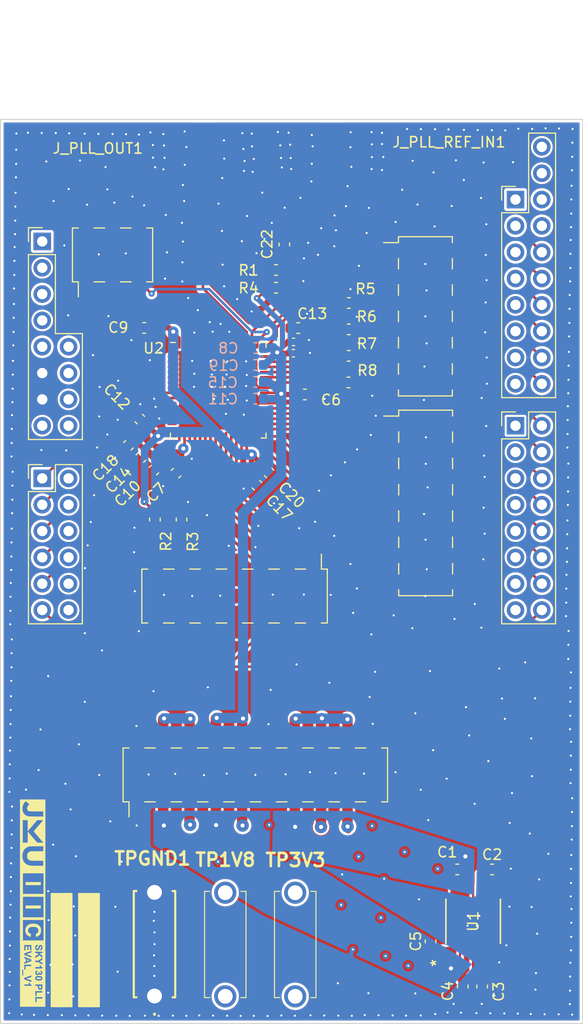
<source format=kicad_pcb>
(kicad_pcb (version 20221018) (generator pcbnew)
  (layers (0 "F.Cu" signal "Front") (1 "In1.Cu" power) (2 "In2.Cu" power) (31 "B.Cu" signal "Back") (34 "B.Paste" user) (35 "F.Paste" user) (36 "B.SilkS" user "B.Silkscreen") (37 "F.SilkS" user "F.Silkscreen") (38 "B.Mask" user) (39 "F.Mask" user) (44 "Edge.Cuts" user))
  (net 0 "")
  (net 1 "/Power/VDD_3V3_LDO")
  (net 2 "GND")
  (net 3 "/Power/LDO_REF")
  (net 4 "/Power/LDO_BYP")
  (net 5 "/Power/VDD_1V8_LDO")
  (net 6 "/Power/LDO_VREG")
  (net 7 "VDD_1V8_PLL")
  (net 8 "VDD_1V8_MGMT")
  (net 9 "VDD_3V3")
  (net 10 "/Power/VDD_1V8_EXT")
  (net 11 "VDD_3V3_ARTY")
  (net 12 "/Power/VDD_3V3_EXT")
  (net 13 "/IC_Packaged/gpio")
  (net 14 "gpio_arty")
  (net 15 "/IC_Packaged/flash_io1")
  (net 16 "flash_io1_arty")
  (net 17 "/IC_Packaged/flash_io2")
  (net 18 "flash_io2_arty")
  (net 19 "/IC_Packaged/flash_clk")
  (net 20 "flash_clk_arty")
  (net 21 "/IC_Packaged/flash_csb")
  (net 22 "flash_csb_arty")
  (net 23 "/IC_Packaged/mgmt_clk")
  (net 24 "mgmt_clk_arty")
  (net 25 "/IC_Packaged/mgmt_rstb")
  (net 26 "mgmt_rstb_arty")
  (net 27 "/IC_Packaged/ser_tx")
  (net 28 "ser_tx_arty")
  (net 29 "/IC_Packaged/ser_rx")
  (net 30 "ser_rx_arty")
  (net 31 "/IC_Packaged/ser_clk")
  (net 32 "ser_clk_arty")
  (net 33 "/IC_Packaged/ser_csb")
  (net 34 "ser_csb_arty")
  (net 35 "/IC_Packaged/ser_sdi")
  (net 36 "ser_sdi_arty")
  (net 37 "/IC_Packaged/ser_sdo")
  (net 38 "ser_sdo_arty")
  (net 39 "/IC_Packaged/ser_jtag")
  (net 40 "ser_jtag_arty")
  (net 41 "/IC_Packaged/pll_sout")
  (net 42 "pll_sout_arty")
  (net 43 "/IC_Packaged/pll_sin")
  (net 44 "pll_sin_arty")
  (net 45 "/IC_Packaged/pll_load")
  (net 46 "pll_load_arty")
  (net 47 "/IC_Packaged/pll_read")
  (net 48 "pll_read_arty")
  (net 49 "/IC_Packaged/pll_reg_clk_in")
  (net 50 "pll_reg_clk_in_arty")
  (net 51 "/IC_Packaged/pll_reset")
  (net 52 "pll_reset_arty")
  (net 111 "pll_ref_in")
  (net 112 "/PLL_IO/pll_sma_in")
  (net 113 "/IC_Packaged/vdda2")
  (net 114 "pll_out")
  (net 115 "/IC_Packaged/vccd2")
  (net 116 "/IC_Packaged/vccd1")
  (footprint "Capacitor_SMD:C_0603_1608Metric" (layer "F.Cu") (at 118.76 106.945 90)
    (fp_text reference "R3")
    (fp_text value "100k" hide)
  )
  (footprint "Capacitor_SMD:C_0603_1608Metric" (layer "F.Cu") (at 128.68 80.405 -90)
    (fp_text reference "C22")
    (fp_text value "1n" hide)
  )
  (footprint "Capacitor_SMD:C_0603_1608Metric" (layer "F.Cu") (at 116.19 106.945 -90)
    (fp_text reference "R2")
    (fp_text value "100k" hide)
  )
  (footprint "Connector_PinHeader_2.54mm:PinHeader_2x07_P2.54mm_Vertical_SMD" (layer "F.Cu") (at 123.875 114.325 -90)
    (fp_text reference "J3" hide)
    (fp_text value "Conn_02x07_Odd_Even" hide)
  )
  (footprint "Capacitor_SMD:C_0603_1608Metric" (layer "F.Cu") (at 142.79 147.63 90)
    (fp_text reference "C5")
    (fp_text value "10u" hide)
  )
  (footprint "TO_SENSO1:142-0701-851_TO_SENSO1" (layer "F.Cu") (at 133.2285 71.3349)
    (fp_text reference "J_PLL_REF_IN1")
    (fp_text value "142-0701-851_TO_SENSO1" hide)
  )
  (footprint "Capacitor_SMD:C_0603_1608Metric" (layer "F.Cu") (at 116.09 102.18 -135)
    (fp_text reference "C10")
    (fp_text value "4.7u" hide)
  )
  (footprint "Capacitor_SMD:C_0603_1608Metric" (layer "F.Cu") (at 130.02 88.47)
    (fp_text reference "C13")
    (fp_text value "1n" hide)
  )
  (footprint "TO_SENSO1:930224100" (layer "F.Cu") (at 116.15 152.91 90)
    (fp_text reference "TPGND1")
    (fp_text value "Mini_Banana_Plug_Black" hide)
  )
  (footprint "Connector_PinHeader_2.54mm:PinHeader_2x10_P2.54mm_Vertical_SMD" (layer "F.Cu") (at 125.88 131.58 90)
    (fp_text reference "J1" hide)
    (fp_text value "Conn_02x10_Odd_Even" hide)
  )
  (footprint "Capacitor_SMD:C_0402_1005Metric" (layer "F.Cu") (at 129.55 90.9)
    (fp_text reference "C16" hide)
    (fp_text value "82p" hide)
  )
  (footprint "Capacitor_SMD:C_0603_1608Metric" (layer "F.Cu") (at 126.041992 103.631992 -45)
    (fp_text reference "C17")
    (fp_text value "1u" hide)
  )
  (footprint "Capacitor_SMD:C_0603_1608Metric" (layer "F.Cu") (at 114.73 97.25 135)
    (fp_text reference "C12")
    (fp_text value "4.7u" hide)
  )
  (footprint "Capacitor_SMD:C_0603_1608Metric" (layer "F.Cu") (at 115.16 88.46 180)
    (fp_text reference "C9")
    (fp_text value "10u" hide)
  )
  (footprint "Capacitor_SMD:C_0603_1608Metric" (layer "F.Cu") (at 148.735 140.7)
    (fp_text reference "C2")
    (fp_text value "1u" hide)
  )
  (footprint "TO_SENSO1:930224101" (layer "F.Cu") (at 122.98 152.94 90)
    (fp_text reference "TP1V8")
    (fp_text value "Mini_Banana_Plug_Red" hide)
  )
  (footprint "Capacitor_SMD:C_0603_1608Metric" (layer "F.Cu") (at 134.895 91.15 180)
    (fp_text reference "R7")
    (fp_text value "100k" hide)
  )
  (footprint "Capacitor_SMD:C_0603_1608Metric" (layer "F.Cu") (at 130.665 94.88)
    (fp_text reference "C6")
    (fp_text value "10n" hide)
  )
  (footprint "TO_SENSO1:930224101" (layer "F.Cu") (at 129.73 152.94 90)
    (fp_text reference "TP3V3")
    (fp_text value "Mini_Banana_Plug_Red" hide)
  )
  (footprint "Capacitor_SMD:C_0603_1608Metric" (layer "F.Cu") (at 147.77 151.995 -90)
    (fp_text reference "C3")
    (fp_text value "1u" hide)
  )
  (footprint "TO_SENSO1:142-0701-851_TO_SENSO1" (layer "F.Cu") (at 120.82 71.3474)
    (fp_text reference "J_PLL_OUT1")
    (fp_text value "142-0701-851_TO_SENSO1" hide)
  )
  (footprint "Capacitor_SMD:C_0603_1608Metric" (layer "F.Cu") (at 114.84 100.96 -135)
    (fp_text reference "C14")
    (fp_text value "1u" hide)
  )
  (footprint "Connector_PinHeader_2.54mm:PinHeader_2x03_P2.54mm_Vertical_SMD" (layer "F.Cu") (at 112.1 81.415 90)
    (fp_text reference "J2" hide)
    (fp_text value "Conn_02x03_Odd_Even" hide)
  )
  (footprint "Capacitor_SMD:C_0603_1608Metric" (layer "F.Cu") (at 127.875 84.58)
    (fp_text reference "R4")
    (fp_text value "100" hide)
  )
  (footprint "Capacitor_SMD:C_0603_1608Metric" (layer "F.Cu") (at 113.63 99.78 -135)
    (fp_text reference "C18")
    (fp_text value "100n" hide)
  )
  (footprint "Capacitor_SMD:C_0603_1608Metric" (layer "F.Cu") (at 134.905 86.05 180)
    (fp_text reference "R5")
    (fp_text value "100k" hide)
  )
  (footprint "ADM7154:RD-8-1_ADI" (layer "F.Cu") (at 146.9 145.7 90)
    (fp_text reference "U1")
    (fp_text value "ADM7154ARDZ-1.8-R7" hide)
  )
  (footprint "SKY130_PLL_LOGO:SKY130_PLL_LOGO" (layer "F.Cu") (at 104.4 143.94 -90)
    (fp_text reference "G***" hide)
    (fp_text value "LOGO" hide)
  )
  (footprint "Capacitor_SMD:C_0603_1608Metric" (layer "F.Cu") (at 118.231992 102.468008 -135)
    (fp_text reference "C7")
    (fp_text value "10u" hide)
  )
  (footprint "Connector_PinHeader_2.54mm:PinHeader_2x06_P2.54mm_Vertical_SMD" (layer "F.Cu") (at 142.29 87.34)
    (fp_text reference "J6" hide)
    (fp_text value "Conn_02x06_Odd_Even" hide)
  )
  (footprint "TO_SENSO1:Arty_A7_Shield" (layer "F.Cu") (at 105.31625 115.6735)
    (fp_text reference "XA1" hide)
    (fp_text value "Arty_A7_Shield" hide)
  )
  (footprint "Capacitor_SMD:C_0603_1608Metric" (layer "F.Cu") (at 134.895 88.6 180)
    (fp_text reference "R6")
    (fp_text value "100k" hide)
  )
  (footprint "Capacitor_SMD:C_0402_1005Metric" (layer "F.Cu") (at 129.57 89.81)
    (fp_text reference "C21" hide)
    (fp_text value "68p" hide)
  )
  (footprint "Connector_PinHeader_2.54mm:PinHeader_2x07_P2.54mm_Vertical_SMD" (layer "F.Cu") (at 142.315 105.34)
    (fp_text reference "J5" hide)
    (fp_text value "Conn_02x07_Odd_Even" hide)
  )
  (footprint "Capacitor_SMD:C_0603_1608Metric" (layer "F.Cu") (at 145.365 140.7 180)
    (fp_text reference "C1")
    (fp_text value "10u" hide)
  )
  (footprint "Capacitor_SMD:C_0603_1608Metric" (layer "F.Cu") (at 134.875 93.72 180)
    (fp_text reference "R8")
    (fp_text value "100k" hide)
  )
  (footprint "Package_DFN_QFN:QFN-64-1EP_9x9mm_P0.5mm_EP7.65x7.65mm" (layer "F.Cu") (at 122.3 94.47)
    (fp_text reference "U2")
    (fp_text value "Caravel_QFN" hide)
  )
  (footprint "Capacitor_SMD:C_0603_1608Metric" (layer "F.Cu") (at 127.22 102.45 -45)
    (fp_text reference "C20")
    (fp_text value "100n" hide)
  )
  (footprint "Capacitor_SMD:C_0603_1608Metric" (layer "F.Cu") (at 145.9 151.995 -90)
    (fp_text reference "C4")
    (fp_text value "10u" hide)
  )
  (footprint "Capacitor_SMD:C_0603_1608Metric" (layer "F.Cu") (at 127.885 82.87 180)
    (fp_text reference "R1")
    (fp_text value "100" hide)
  )
  (footprint "Capacitor_SMD:C_0603_1608Metric" (layer "B.Cu") (at 125.895 90.4 180)
    (fp_text reference "C8")
    (fp_text value "10u" hide)
  )
  (footprint "Capacitor_SMD:C_0603_1608Metric" (layer "B.Cu") (at 125.885 93.66 180)
    (fp_text reference "C15")
    (fp_text value "1u" hide)
  )
  (footprint "Capacitor_SMD:C_0603_1608Metric" (layer "B.Cu") (at 125.885 95.29 180)
    (fp_text reference "C11")
    (fp_text value "4.7u" hide)
  )
  (footprint "Capacitor_SMD:C_0603_1608Metric" (layer "B.Cu") (at 125.875 92.03 180)
    (fp_text reference "C19")
    (fp_text value "100n" hide)
  )
  (gr_rect (start 106.1818 143.019) (end 108.1884 153.941) (stroke (width 0.1)) (fill solid) (layer "F.SilkS"))
  (gr_rect (start 108.8234 143.019) (end 110.83 153.941) (stroke (width 0.1)) (fill solid) (layer "F.SilkS"))
  (gr_rect (start 101.29 68.345) (end 157.47 155.565) (stroke (width 0.1)) (fill none) (layer "Edge.Cuts"))
  (segment (start 144.995 142.97585) (end 146.265 142.97585) (width 0.5) (layer "F.Cu") (net 1))
  (segment (start 146.265 142.97585) (end 146.265 140.825) (width 0.5) (layer "F.Cu") (net 1))
  (segment (start 144.995 142.97585) (end 144.995 141.845) (width 0.5) (layer "F.Cu") (net 1))
  (segment (start 129.72 136.59) (end 129.69 136.56) (width 1) (layer "F.Cu") (net 1))
  (segment (start 146.265 140.825) (end 146.14 140.7) (width 0.25) (layer "F.Cu") (net 1))
  (segment (start 129.69 136.56) (end 129.69 134.105) (width 1) (layer "F.Cu") (net 1))
  (segment (start 144.995 141.845) (end 146.14 140.7) (width 0.5) (layer "F.Cu") (net 1))
  (segment (start 146.265 140.825) (end 146.265 139.555) (width 0.75) (layer "F.Cu") (net 1))
  (segment (start 146.265 139.555) (end 146.15 139.44) (width 0.75) (layer "F.Cu") (net 1))
  (segment (start 129.77 134.06) (end 129.77 135.135) (width 0.25) (layer "F.Cu") (net 1))
  (via (at 129.72 136.59) (size 1.2) (drill 0.4) (layers "F.Cu" "B.Cu") (net 1))
  (via (at 146.15 139.44) (size 1.2) (drill 0.4) (layers "F.Cu" "B.Cu") (net 1))
  (via (at 139.41 131.32) (size 0.6) (drill 0.2) (layers "F.Cu" "B.Cu") (net 2))
  (via (at 137.77 154.77) (size 0.6) (drill 0.2) (layers "F.Cu" "B.Cu") (net 2))
  (via (at 156.45 154.7) (size 0.6) (drill 0.2) (layers "F.Cu" "B.Cu") (net 2))
  (via (at 117.12 72.05) (size 0.6) (drill 0.2) (layers "F.Cu" "B.Cu") (net 2))
  (via (at 116.13 150.97) (size 0.6) (drill 0.2) (layers "F.Cu" "B.Cu") (net 2))
  (via (at 126.55 75.41) (size 0.6) (drill 0.2) (layers "F.Cu" "B.Cu") (net 2))
  (via (at 117.24 77.56) (size 0.6) (drill 0.2) (layers "F.Cu" "B.Cu") (net 2))
  (via (at 156.07 102.88) (size 0.6) (drill 0.2) (layers "F.Cu" "B.Cu") (net 2))
  (via (at 147.91 105.8) (size 0.6) (drill 0.2) (layers "F.Cu" "B.Cu") (net 2))
  (via (at 102.34 110.51) (size 0.6) (drill 0.2) (layers "F.Cu" "B.Cu") (net 2))
  (via (at 156.26 83.97) (size 0.6) (drill 0.2) (layers "F.Cu" "B.Cu") (net 2))
  (via (at 102.44 103.67) (size 0.6) (drill 0.2) (layers "F.Cu" "B.Cu") (net 2))
  (via (at 130.56 114.18) (size 0.6) (drill 0.2) (layers "F.Cu" "B.Cu") (net 2))
  (via (at 147.91 72.5) (size 0.6) (drill 0.2) (layers "F.Cu" "B.Cu") (net 2))
  (via (at 105.89 122.05) (size 0.6) (drill 0.2) (layers "F.Cu" "B.Cu") (net 2))
  (via (at 148.22 93.84) (size 0.6) (drill 0.2) (layers "F.Cu" "B.Cu") (net 2))
  (via (at 124.84 72.35) (size 0.6) (drill 0.2) (layers "F.Cu" "B.Cu") (net 2))
  (via (at 113.4 69.77) (size 0.6) (drill 0.2) (layers "F.Cu" "B.Cu") (net 2))
  (via (at 117 69.76) (size 0.6) (drill 0.2) (layers "F.Cu" "B.Cu") (net 2))
  (via (at 156.04 105.54) (size 0.6) (drill 0.2) (layers "F.Cu" "B.Cu") (net 2))
  (via (at 133.17 102.68) (size 0.6) (drill 0.2) (layers "F.Cu" "B.Cu") (net 2))
  (via (at 141.03 117.43) (size 0.6) (drill 0.2) (layers "F.Cu" "B.Cu") (net 2))
  (via (at 148.17 78.46) (size 0.6) (drill 0.2) (layers "F.Cu" "B.Cu") (net 2))
  (via (at 141.321474 125.634234) (size 0.6) (drill 0.2) (layers "F.Cu" "B.Cu") (net 2))
  (via (at 142.28 82.29) (size 0.6) (drill 0.2) (layers "F.Cu" "B.Cu") (net 2))
  (via (at 117.92 154.8) (size 0.6) (drill 0.2) (layers "F.Cu" "B.Cu") (net 2))
  (via (at 136.79 152.64) (size 0.6) (drill 0.2) (layers "F.Cu" "B.Cu") (net 2))
  (via (at 149.689115 124.210999) (size 0.6) (drill 0.2) (layers "F.Cu" "B.Cu") (net 2))
  (via (at 110.86 94.15) (size 0.6) (drill 0.2) (layers "F.Cu" "B.Cu") (net 2))
  (via (at 156.25 152.39) (size 0.6) (drill 0.2) (layers "F.Cu" "B.Cu") (net 2))
  (via (at 148.11 86) (size 0.6) (drill 0.2) (layers "F.Cu" "B.Cu") (net 2))
  (via (at 146.41 145.17) (size 0.6) (drill 0.2) (layers "F.Cu" "B.Cu") (net 2))
  (via (at 127.22 136.4) (size 0.6) (drill 0.2) (layers "F.Cu" "B.Cu") (net 2))
  (via (at 119.4 85.58) (size 0.6) (drill 0.2) (layers "F.Cu" "B.Cu") (net 2))
  (via (at 102.19 148.04) (size 0.6) (drill 0.2) (layers "F.Cu" "B.Cu") (net 2))
  (via (at 102.56 87.48) (size 0.6) (drill 0.2) (layers "F.Cu" "B.Cu") (net 2))
  (via (at 131.15 131.32) (size 0.6) (drill 0.2) (layers "F.Cu" "B.Cu") (net 2))
  (via (at 135.94 92.58) (size 0.6) (drill 0.2) (layers "F.Cu" "B.Cu") (net 2))
  (via (at 121.76 88.82) (size 0.6) (drill 0.2) (layers "F.Cu" "B.Cu") (net 2))
  (via (at 148.12 81.42) (size 0.6) (drill 0.2) (layers "F.Cu" "B.Cu") (net 2))
  (via (at 121.68 92.95) (size 0.6) (drill 0.2) (layers "F.Cu" "B.Cu") (net 2))
  (via (at 130.87 87.09) (size 0.6) (drill 0.2) (layers "F.Cu" "B.Cu") (net 2))
  (via (at 138.31 141.6) (size 0.6) (drill 0.2) (layers "F.Cu" "B.Cu") (net 2))
  (via (at 147.7 117.38) (size 0.6) (drill 0.2) (layers "F.Cu" "B.Cu") (net 2))
  (via (at 110 107.18) (size 0.6) (drill 0.2) (layers "F.Cu" "B.Cu") (net 2))
  (via (at 113.38 81.27) (size 0.6) (drill 0.2) (layers "F.Cu" "B.Cu") (net 2))
  (via (at 140.43 154.8) (size 0.6) (drill 0.2) (layers "F.Cu" "B.Cu") (net 2))
  (via (at 144.83 76.7) (size 0.6) (drill 0.2) (layers "F.Cu" "B.Cu") (net 2))
  (via (at 111.42 72.94) (size 0.6) (drill 0.2) (layers "F.Cu" "B.Cu") (net 2))
  (via (at 130.23 75.91) (size 0.6) (drill 0.2) (layers "F.Cu" "B.Cu") (net 2))
  (via (at 145.100231 116.534278) (size 0.6) (drill 0.2) (layers "F.Cu" "B.Cu") (net 2))
  (via (at 155.95 111.02) (size 0.6) (drill 0.2) (layers "F.Cu" "B.Cu") (net 2))
  (via (at 107.87 75.06) (size 0.6) (drill 0.2) (layers "F.Cu" "B.Cu") (net 2))
  (via (at 102.29 141.44) (size 0.6) (drill 0.2) (layers "F.Cu" "B.Cu") (net 2))
  (via (at 137.08431 118.022949) (size 0.6) (drill 0.2) (layers "F.Cu" "B.Cu") (net 2))
  (via (at 138.1 69.64) (size 0.6) (drill 0.2) (layers "F.Cu" "B.Cu") (net 2))
  (via (at 105.89 142.8) (size 0.6) (drill 0.2) (layers "F.Cu" "B.Cu") (net 2))
  (via (at 121.89 95.31) (size 0.6) (drill 0.2) (layers "F.Cu" "B.Cu") (net 2))
  (via (at 156.28 124.51) (size 0.6) (drill 0.2) (layers "F.Cu" "B.Cu") (net 2))
  (via (at 102.37 107.82) (size 0.6) (drill 0.2) (layers "F.Cu" "B.Cu") (net 2))
  (via (at 108.86 128.63) (size 0.6) (drill 0.2) (layers "F.Cu" "B.Cu") (net 2))
  (via (at 144.339714 131.940637) (size 0.6) (drill 0.2) (layers "F.Cu" "B.Cu") (net 2))
  (via (at 117.06 114.21) (size 0.6) (drill 0.2) (layers "F.Cu" "B.Cu") (net 2))
  (via (at 102.62 83.35) (size 0.6) (drill 0.2) (layers "F.Cu" "B.Cu") (net 2))
  (via (at 112.37 144.3) (size 0.6) (drill 0.2) (layers "F.Cu" "B.Cu") (net 2))
  (via (at 156.31 79.98) (size 0.6) (drill 0.2) (layers "F.Cu" "B.Cu") (net 2))
  (via (at 138.11 70.72) (size 0.6) (drill 0.2) (layers "F.Cu" "B.Cu") (net 2))
  (via (at 112.59 150.56) (size 0.6) (drill 0.2) (layers "F.Cu" "B.Cu") (net 2))
  (via (at 114.25 113.86) (size 0.6) (drill 0.2) (layers "F.Cu" "B.Cu") (net 2))
  (via (at 148.16 97.92) (size 0.6) (drill 0.2) (layers "F.Cu" "B.Cu") (net 2))
  (via (at 125.08 77.66) (size 0.6) (drill 0.2) (layers "F.Cu" "B.Cu") (net 2))
  (via (at 102.78 73.93) (size 0.6) (drill 0.2) (layers "F.Cu" "B.Cu") (net 2))
  (via (at 141.32 152.66) (size 0.6) (drill 0.2) (layers "F.Cu" "B.Cu") (net 2))
  (via (at 156.23 153.69) (size 0.6) (drill 0.2) (layers "F.Cu" "B.Cu") (net 2))
  (via (at 119.79 114.31) (size 0.6) (drill 0.2) (layers "F.Cu" "B.Cu") (net 2))
  (via (at 116.55 154.82) (size 0.6) (drill 0.2) (layers "F.Cu" "B.Cu") (net 2))
  (via (at 102.72 76.75) (size 0.6) (drill 0.2) (layers "F.Cu" "B.Cu") (net 2))
  (via (at 131.33 72.62) (size 0.6) (drill 0.2) (layers "F.Cu" "B.Cu") (net 2))
  (via (at 135.88 82.47) (size 0.6) (drill 0.2) (layers "F.Cu" "B.Cu") (net 2))
  (via (at 121.3 123.13) (size 0.6) (drill 0.2) (layers "F.Cu" "B.Cu") (net 2))
  (via (at 146.52 127.77) (size 0.6) (drill 0.2) (layers "F.Cu" "B.Cu") (net 2))
  (via (at 102.15 153.24) (size 0.6) (drill 0.2) (layers "F.Cu" "B.Cu") (net 2))
  (via (at 135.15 72.92) (size 0.6) (drill 0.2) (layers "F.Cu" "B.Cu") (net 2))
  (via (at 102.28 142.8) (size 0.6) (drill 0.2) (layers "F.Cu" "B.Cu") (net 2))
  (via (at 102.26 114.39) (size 0.6) (drill 0.2) (layers "F.Cu" "B.Cu") (net 2))
  (via (at 102.71 78.11) (size 0.6) (drill 0.2) (layers "F.Cu" "B.Cu") (net 2))
  (via (at 103.93 69.63) (size 0.6) (drill 0.2) (layers "F.Cu" "B.Cu") (net 2))
  (via (at 102.37 99.56) (size 0.6) (drill 0.2) (layers "F.Cu" "B.Cu") (net 2))
  (via (at 102.22 145.35) (size 0.6) (drill 0.2) (layers "F.Cu" "B.Cu") (net 2))
  (via (at 156.28 149.7) (size 0.6) (drill 0.2) (layers "F.Cu" "B.Cu") (net 2))
  (via (at 102.49 91.63) (size 0.6) (drill 0.2) (layers "F.Cu" "B.Cu") (net 2))
  (via (at 102.2 129.23) (size 0.6) (drill 0.2) (layers "F.Cu" "B.Cu") (net 2))
  (via (at 111.7 87.32) (size 0.6) (drill 0.2) (layers "F.Cu" "B.Cu") (net 2))
  (via (at 124.99 94.06) (size 0.6) (drill 0.2) (layers "F.Cu" "B.Cu") (net 2))
  (via (at 109.42 124.53) (size 0.6) (drill 0.2) (layers "F.Cu" "B.Cu") (net 2))
  (via (at 135.32 115.95) (size 0.6) (drill 0.2) (layers "F.Cu" "B.Cu") (net 2))
  (via (at 107.556449 132.431408) (size 0.6) (drill 0.2) (layers "F.Cu" "B.Cu") (net 2))
  (via (at 110.32 104.6) (size 0.6) (drill 0.2) (layers "F.Cu" "B.Cu") (net 2))
  (via (at 156.25 127.17) (size 0.6) (drill 0.2) (layers "F.Cu" "B.Cu") (net 2))
  (via (at 129.69 154.81) (size 0.6) (drill 0.2) (layers "F.Cu" "B.Cu") (net 2))
  (via (at 130.57 81.75) (size 0.6) (drill 0.2) (layers "F.Cu" "B.Cu") (net 2))
  (via (at 137.5 96.93) (size 0.6) (drill 0.2) (layers "F.Cu" "B.Cu") (net 2))
  (via (at 120.47 154.78) (size 0.6) (drill 0.2) (layers "F.Cu" "B.Cu") (net 2))
  (via (at 155.91 112.27) (size 0.6) (drill 0.2) (layers "F.Cu" "B.Cu") (net 2))
  (via (at 148.19 83.85) (size 0.6) (drill 0.2) (layers "F.Cu" "B.Cu") (net 2))
  (via (at 114.64 117.72) (size 0.6) (drill 0.2) (layers "F.Cu" "B.Cu") (net 2))
  (via (at 137.11 73.13) (size 0.6) (drill 0.2) (layers "F.Cu" "B.Cu") (net 2))
  (via (at 147.22 154.56) (size 0.6) (drill 0.2) (layers "F.Cu" "B.Cu") (net 2))
  (via (at 118.89 74.67) (size 0.6) (drill 0.2) (layers "F.Cu" "B.Cu") (net 2))
  (via (at 102.18 130.56) (size 0.6) (drill 0.2) (layers "F.Cu" "B.Cu") (net 2))
  (via (at 156.1 93.46) (size 0.6) (drill 0.2) (layers "F.Cu" "B.Cu") (net 2))
  (via (at 152.51 128.06) (size 0.6) (drill 0.2) (layers "F.Cu" "B.Cu") (net 2))
  (via (at 143.18 78.67) (size 0.6) (drill 0.2) (layers "F.Cu" "B.Cu") (net 2))
  (via (at 135.06 111.23) (size 0.6) (drill 0.2) (layers "F.Cu" "B.Cu") (net 2))
  (via (at 156.3 132.38) (size 0.6) (drill 0.2) (layers "F.Cu" "B.Cu") (net 2))
  (via (at 128.29 70.85) (size 0.6) (drill 0.2) (layers "F.Cu" "B.Cu") (net 2))
  (via (at 124.99 91.68) (size 0.6) (drill 0.2) (layers "F.Cu" "B.Cu") (net 2))
  (via (at 150.43 136.21) (size 0.6) (drill 0.2) (layers "F.Cu" "B.Cu") (net 2))
  (via (at 102.29 123.99) (size 0.6) (drill 0.2) (layers "F.Cu" "B.Cu") (net 2))
  (via (at 102.35 100.86) (size 0.6) (drill 0.2) (layers "F.Cu" "B.Cu") (net 2))
  (via (at 116.15 147.91) (size 0.6) (drill 0.2) (layers "F.Cu" "B.Cu") (net 2))
  (via (at 136.83 76.88) (size 0.6) (drill 0.2) (layers "F.Cu" "B.Cu") (net 2))
  (via (at 151.922122 120.726526) (size 0.6) (drill 0.2) (layers "F.Cu" "B.Cu") (net 2))
  (via (at 119.38 105.25) (size 0.6) (drill 0.2) (layers "F.Cu" "B.Cu") (net 2))
  (via (at 153.89 69.2) (size 0.6) (drill 0.2) (layers "F.Cu" "B.Cu") (net 2))
  (via (at 137.1 69.57) (size 0.6) (drill 0.2) (layers "F.Cu" "B.Cu") (net 2))
  (via (at 156 107.03) (size 0.6) (drill 0.2) (layers "F.Cu" "B.Cu") (net 2))
  (via (at 148.01 108.31) (size 0.6) (drill 0.2) (layers "F.Cu" "B.Cu") (net 2))
  (via (at 131.33 69.84) (size 0.6) (drill 0.2) (layers "F.Cu" "B.Cu") (net 2))
  (via (at 128.81 139.46) (size 0.6) (drill 0.2) (layers "F.Cu" "B.Cu") (net 2))
  (via (at 102.44 95.62) (size 0.6) (drill 0.2) (layers "F.Cu" "B.Cu") (net 2))
  (via (at 156.32 131.08) (size 0.6) (drill 0.2) (layers "F.Cu" "B.Cu") (net 2))
  (via (at 138.23 71.97) (size 0.6) (drill 0.2) (layers "F.Cu" "B.Cu") (net 2))
  (via (at 110.74 69.74) (size 0.6) (drill 0.2) (layers "F.Cu" "B.Cu") (net 2))
  (via (at 152.96 150.7) (size 0.6) (drill 0.2) (layers "F.Cu" "B.Cu") (net 2))
  (via (at 102.37 137.32) (size 0.6) (drill 0.2) (layers "F.Cu" "B.Cu") (net 2))
  (via (at 137.16 95) (size 0.6) (drill 0.2) (layers "F.Cu" "B.Cu") (net 2))
  (via (at 123.04 96.74) (size 0.6) (drill 0.2) (layers "F.Cu" "B.Cu") (net 2))
  (via (at 155.99 100) (size 0.6) (drill 0.2) (layers "F.Cu" "B.Cu") (net 2))
  (via (at 133.66 79.04) (size 0.6) (drill 0.2) (layers "F.Cu" "B.Cu") (net 2))
  (via (at 102.41 106.33) (size 0.6) (drill 0.2) (layers "F.Cu" "B.Cu") (net 2))
  (via (at 102.4 96.87) (size 0.6) (drill 0.2) (layers "F.Cu" "B.Cu") (net 2))
  (via (at 156.02 97.34) (size 0.6) (drill 0.2) (layers "F.Cu" "B.Cu") (net 2))
  (via (at 117.06 70.86) (size 0.6) (drill 0.2) (layers "F.Cu" "B.Cu") (net 2))
  (via (at 107.21 154.76) (size 0.6) (drill 0.2) (layers "F.Cu" "B.Cu") (net 2))
  (via (at 142.2 92.18) (size 0.6) (drill 0.2) (layers "F.Cu" "B.Cu") (net 2))
  (via (at 133.16 114.21) (size 0.6) (drill 0.2) (layers "F.Cu" "B.Cu") (net 2))
  (via (at 155.89 113.6) (size 0.6) (drill 0.2) (layers "F.Cu" "B.Cu") (net 2))
  (via (at 112.1 69.75) (size 0.6) (drill 0.2) (layers "F.Cu" "B.Cu") (net 2))
  (via (at 142.51 103.84) (size 0.6) (drill 0.2) (layers "F.Cu" "B.Cu") (net 2))
  (via (at 135.68 113.59) (size 0.6) (drill 0.2) (layers "F.Cu" "B.Cu") (net 2))
  (via (at 119.99 88.91) (size 0.6) (drill 0.2) (layers "F.Cu" "B.Cu") (net 2))
  (via (at 137.12 70.75) (size 0.6) (drill 0.2) (layers "F.Cu" "B.Cu") (net 2))
  (via (at 102.55 88.84) (size 0.6) (drill 0.2) (layers "F.Cu" "B.Cu") (net 2))
  (via (at 135.85 139.46) (size 0.6) (drill 0.2) (layers "F.Cu" "B.Cu") (net 2))
  (via (at 117.17 83.71) (size 0.6) (drill 0.2) (layers "F.Cu" "B.Cu") (net 2))
  (via (at 115.99 70.82) (size 0.6) (drill 0.2) (layers "F.Cu" "B.Cu") (net 2))
  (via (at 131.15 90.87) (size 0.6) (drill 0.2) (layers "F.Cu" "B.Cu") (net 2))
  (via (at 152.54 144.33) (size 0.6) (drill 0.2) (layers "F.Cu" "B.Cu") (net 2))
  (via (at 156.35 128.39) (size 0.6) (drill 0.2) (layers "F.Cu" "B.Cu") (net 2))
  (via (at 109.41 69.72) (size 0.6) (drill 0.2) (layers "F.Cu" "B.Cu") (net 2))
  (via (at 147.88 110.78) (size 0.6) (drill 0.2) (layers "F.Cu" "B.Cu") (net 2))
  (via (at 111.1 154.8) (size 0.6) (drill 0.2) (layers "F.Cu" "B.Cu") (net 2))
  (via (at 119.06 69.5) (size 0.6) (drill 0.2) (layers "F.Cu" "B.Cu") (net 2))
  (via (at 110.82 131.58) (size 0.6) (drill 0.2) (layers "F.Cu" "B.Cu") (net 2))
  (via (at 155.15 154.68) (size 0.6) (drill 0.2) (layers "F.Cu" "B.Cu") (net 2))
  (via (at 102.26 144.1) (size 0.6) (drill 0.2) (layers "F.Cu" "B.Cu") (net 2))
  (via (at 156.36 147.2) (size 0.6) (drill 0.2) (layers "F.Cu" "B.Cu") (net 2))
  (via (at 148.95 152.87) (size 0.6) (drill 0.2) (layers "F.Cu" "B.Cu") (net 2))
  (via (at 104.96 131.11) (size 0.6) (drill 0.2) (layers "F.Cu" "B.Cu") (net 2))
  (via (at 128.05 69.56) (size 0.6) (drill 0.2) (layers "F.Cu" "B.Cu") (net 2))
  (via (at 115.15 76.63) (size 0.6) (drill 0.2) (layers "F.Cu" "B.Cu") (net 2))
  (via (at 142.57 135.94) (size 0.6) (drill 0.2) (layers "F.Cu" "B.Cu") (net 2))
  (via (at 156.39 144.51) (size 0.6) (drill 0.2) (layers "F.Cu" "B.Cu") (net 2))
  (via (at 108.24 149.86) (size 0.6) (drill 0.2) (layers "F.Cu" "B.Cu") (net 2))
  (via (at 119.07 72.72) (size 0.6) (drill 0.2) (layers "F.Cu" "B.Cu") (net 2))
  (via (at 122.87 84.44) (size 0.6) (drill 0.2) (layers "F.Cu" "B.Cu") (net 2))
  (via (at 105.71 72.4) (size 0.6) (drill 0.2) (layers "F.Cu" "B.Cu") (net 2))
  (via (at 118.15 131.48) (size 0.6) (drill 0.2) (layers "F.Cu" "B.Cu") (net 2))
  (via (at 156.47 70.59) (size 0.6) (drill 0.2) (layers "F.Cu" "B.Cu") (net 2))
  (via (at 116.15 146.77) (size 0.6) (drill 0.2) (layers "F.Cu" "B.Cu") (net 2))
  (via (at 102.15 133.22) (size 0.6) (drill 0.2) (layers "F.Cu" "B.Cu") (net 2))
  (via (at 148.06 88.88) (size 0.6) (drill 0.2) (layers "F.Cu" "B.Cu") (net 2))
  (via (at 142.74 121.56) (size 0.6) (drill 0.2) (layers "F.Cu" "B.Cu") (net 2))
  (via (at 102.16 151.88) (size 0.6) (drill 0.2) (layers "F.Cu" "B.Cu") (net 2))
  (via (at 108.05 134.91) (size 0.6) (drill 0.2) (layers "F.Cu" "B.Cu") (net 2))
  (via (at 116.08 145.66) (size 0.6) (drill 0.2) (layers "F.Cu" "B.Cu") (net 2))
  (via (at 156.17 89.28) (size 0.6) (drill 0.2) (layers "F.Cu" "B.Cu") (net 2))
  (via (at 105.89 152.59) (size 0.6) (drill 0.2) (layers "F.Cu" "B.Cu") (net 2))
  (via (at 156.06 104.24) (size 0.6) (drill 0.2) (layers "F.Cu" "B.Cu") (net 2))
  (via (at 152.46 154.65) (size 0.6) (drill 0.2) (layers "F.Cu" "B.Cu") (net 2))
  (via (at 145.23 72.29) (size 0.6) (drill 0.2) (layers "F.Cu" "B.Cu") (net 2))
  (via (at 156.44 73.25) (size 0.6) (drill 0.2) (layers "F.Cu" "B.Cu") (net 2))
  (via (at 102.65 80.66) (size 0.6) (drill 0.2) (layers "F.Cu" "B.Cu") (net 2))
  (via (at 102.6 84.65) (size 0.6) (drill 0.2) (layers "F.Cu" "B.Cu") (net 2))
  (via (at 110.61 99.99) (size 0.6) (drill 0.2) (layers "F.Cu" "B.Cu") (net 2))
  (via (at 156.22 85.29) (size 0.6) (drill 0.2) (layers "F.Cu" "B.Cu") (net 2))
  (via (at 123.1 92.95) (size 0.6) (drill 0.2) (layers "F.Cu" "B.Cu") (net 2))
  (via (at 110.21 91.08) (size 0.6) (drill 0.2) (layers "F.Cu" "B.Cu") (net 2))
  (via (at 132.04 104.15) (size 0.6) (drill 0.2) (layers "F.Cu" "B.Cu") (net 2))
  (via (at 102.13 154.57) (size 0.6) (drill 0.2) (layers "F.Cu" "B.Cu") (net 2))
  (via (at 156.26 151.03) (size 0.6) (drill 0.2) (layers "F.Cu" "B.Cu") (net 2))
  (via (at 135.7 100.18) (size 0.6) (drill 0.2) (layers "F.Cu" "B.Cu") (net 2))
  (via (at 156.49 69.26) (size 0.6) (drill 0.2) (layers "F.Cu" "B.Cu") (net 2))
  (via (at 147.06 115.09) (size 0.6) (drill 0.2) (layers "F.Cu" "B.Cu") (net 2))
  (via (at 117.22 139.16) (size 0.6) (drill 0.2) (layers "F.Cu" "B.Cu") (net 2))
  (via (at 129.86 120.92) (size 0.6) (drill 0.2) (layers "F.Cu" "B.Cu") (net 2))
  (via (at 156.11 92.1) (size 0.6) (drill 0.2) (layers "F.Cu" "B.Cu") (net 2))
  (via (at 139.13 154.78) (size 0.6) (drill 0.2) (layers "F.Cu" "B.Cu") (net 2))
  (via (at 143.039172 129.192321) (size 0.6) (drill 0.2) (layers "F.Cu" "B.Cu") (net 2))
  (via (at 156.04 96.01) (size 0.6) (drill 0.2) (layers "F.Cu" "B.Cu") (net 2))
  (via (at 102.32 111.81) (size 0.6) (drill 0.2) (layers "F.Cu" "B.Cu") (net 2))
  (via (at 109.7 109.44) (size 0.6) (drill 0.2) (layers "F.Cu" "B.Cu") (net 2))
  (via (at 112.978962 139.946993) (size 0.6) (drill 0.2) (layers "F.Cu" "B.Cu") (net 2))
  (via (at 116.14 144.79) (size 0.6) (drill 0.2) (layers "F.Cu" "B.Cu") (net 2))
  (via (at 142.34 99.01) (size 0.6) (drill 0.2) (layers "F.Cu" "B.Cu") (net 2))
  (via (at 131.65 107.16) (size 0.6) (drill 0.2) (layers "F.Cu" "B.Cu") (net 2))
  (via (at 149.959039 126.174081) (size 0.6) (drill 0.2) (layers "F.Cu" "B.Cu") (net 2))
  (via (at 133.5 80.58) (size 0.6) (drill 0.2) (layers "F.Cu" "B.Cu") (net 2))
  (via (at 122.328569 76.468924) (size 0.6) (drill 0.2) (layers "F.Cu" "B.Cu") (net 2))
  (via (at 143.24 154.65) (size 0.6) (drill 0.2) (layers "F.Cu" "B.Cu") (net 2))
  (via (at 126.17 107.55) (size 0.6) (drill 0.2) (layers "F.Cu" "B.Cu") (net 2))
  (via (at 142.4 84.84) (size 0.6) (drill 0.2) (layers "F.Cu" "B.Cu") (net 2))
  (via (at 150 69.4) (size 0.6) (drill 0.2) (layers "F.Cu" "B.Cu") (net 2))
  (via (at 118.89 80.13) (size 0.6) (drill 0.2) (layers "F.Cu" "B.Cu") (net 2))
  (via (at 119.22 154.82) (size 0.6) (drill 0.2) (layers "F.Cu" "B.Cu") (net 2))
  (via (at 122.88 72.12) (size 0.6) (drill 0.2) (layers "F.Cu" "B.Cu") (net 2))
  (via (at 155.97 109.72) (size 0.6) (drill 0.2) (layers "F.Cu" "B.Cu") (net 2))
  (via (at 102.38 98.2) (size 0.6) (drill 0.2) (layers "F.Cu" "B.Cu") (net 2))
  (via (at 134.16 144.12) (size 0.6) (drill 0.2) (layers "F.Cu" "B.Cu") (net 2))
  (via (at 156.35 78.73) (size 0.6) (drill 0.2) (layers "F.Cu" "B.Cu") (net 2))
  (via (at 156.37 145.84) (size 0.6) (drill 0.2) (layers "F.Cu" "B.Cu") (net 2))
  (via (at 113.56 102.24) (size 0.6) (drill 0.2) (layers "F.Cu" "B.Cu") (net 2))
  (via (at 105.85 154.75) (size 0.6) (drill 0.2) (layers "F.Cu" "B.Cu") (net 2))
  (via (at 102.18 150.58) (size 0.6) (drill 0.2) (layers "F.Cu" "B.Cu") (net 2))
  (via (at 142.16 106.42) (size 0.6) (drill 0.2) (layers "F.Cu" "B.Cu") (net 2))
  (via (at 124.73 71.19) (size 0.6) (drill 0.2) (layers "F.Cu" "B.Cu") (net 2))
  (via (at 102.63 81.99) (size 0.6) (drill 0.2) (layers "F.Cu" "B.Cu") (net 2))
  (via (at 156.37 139.31) (size 0.6) (drill 0.2) (layers "F.Cu" "B.Cu") (net 2))
  (via (at 142.15 95.41) (size 0.6) (drill 0.2) (layers "F.Cu" "B.Cu") (net 2))
  (via (at 116.26 96.08) (size 0.6) (drill 0.2) (layers "F.Cu" "B.Cu") (net 2))
  (via (at 156.08 120.39) (size 0.6) (drill 0.2) (layers "F.Cu" "B.Cu") (net 2))
  (via (at 116.71 90.83) (size 0.6) (drill 0.2) (layers "F.Cu" "B.Cu") (net 2))
  (via (at 102.2 146.68) (size 0.6) (drill 0.2) (layers "F.Cu" "B.Cu") (net 2))
  (via (at 102.4 134.63) (size 0.6) (drill 0.2) (layers "F.Cu" "B.Cu") (net 2))
  (via (at 146.36 146.12) (size 0.6) (drill 0.2) (layers "F.Cu" "B.Cu") (net 2))
  (via (at 156.34 121.69) (size 0.6) (drill 0.2) (layers "F.Cu" "B.Cu") (net 2))
  (via (at 104.52 154.73) (size 0.6) (drill 0.2) (layers "F.Cu" "B.Cu") (net 2))
  (via (at 105.24 100.24) (size 0.6) (drill 0.2) (layers "F.Cu" "B.Cu") (net 2))
  (via (at 102.35 109.15) (size 0.6) (drill 0.2) (layers "F.Cu" "B.Cu") (net 2))
  (via (at 135.06 84.72) (size 0.6) (drill 0.2) (layers "F.Cu" "B.Cu") (net 2))
  (via (at 105.15 127.2) (size 0.6) (drill 0.2) (layers "F.Cu" "B.Cu") (net 2))
  (via (at 126.76 79.87) (size 0.6) (drill 0.2) (layers "F.Cu" "B.Cu") (net 2))
  (via (at 127.36 123.38) (size 0.6) (drill 0.2) (layers "F.Cu" "B.Cu") (net 2))
  (via (at 152.59 69.26) (size 0.6) (drill 0.2) (layers "F.Cu" "B.Cu") (net 2))
  (via (at 109.65 76.57) (size 0.6) (drill 0.2) (layers "F.Cu" "B.Cu") (net 2))
  (via (at 122.85 70.37) (size 0.6) (drill 0.2) (layers "F.Cu" "B.Cu") (net 2))
  (via (at 147.72 95.22) (size 0.6) (drill 0.2) (layers "F.Cu" "B.Cu") (net 2))
  (via (at 119.74 101.08) (size 0.6) (drill 0.2) (layers "F.Cu" "B.Cu") (net 2))
  (via (at 105.93 145.59) (size 0.6) (drill 0.2) (layers "F.Cu" "B.Cu") (net 2))
  (via (at 109.77 154.78) (size 0.6) (drill 0.2) (layers "F.Cu" "B.Cu") (net 2))
  (via (at 122.72 82.36) (size 0.6) (drill 0.2) (layers "F.Cu" "B.Cu") (net 2))
  (via (at 123.22 95.39) (size 0.6) (drill 0.2) (layers "F.Cu" "B.Cu") (net 2))
  (via (at 124.46 154.83) (size 0.6) (drill 0.2) (layers "F.Cu" "B.Cu") (net 2))
  (via (at 133.49 108.52) (size 0.6) (drill 0.2) (layers "F.Cu" "B.Cu") (net 2))
  (via (at 107.63 100.27) (size 0.6) (drill 0.2) (layers "F.Cu" "B.Cu") (net 2))
  (via (at 132.24 78.84) (size 0.6) (drill 0.2) (layers "F.Cu" "B.Cu") (net 2))
  (via (at 112.46 154.81) (size 0.6) (drill 0.2) (layers "F.Cu" "B.Cu") (net 2))
  (via (at 123.16 154.81) (size 0.6) (drill 0.2) (layers "F.Cu" "B.Cu") (net 2))
  (via (at 108.51 154.78) (size 0.6) (drill 0.2) (layers "F.Cu" "B.Cu") (net 2))
  (via (at 150.53 140.62) (size 0.6) (drill 0.2) (layers "F.Cu" "B.Cu") (net 2))
  (via (at 131.2 154.77) (size 0.6) (drill 0.2) (layers "F.Cu" "B.Cu") (net 2))
  (via (at 147.25 146.13) (size 0.6) (drill 0.2) (layers "F.Cu" "B.Cu") (net 2))
  (via (at 110.82 97) (size 0.6) (drill 0.2) (layers "F.Cu" "B.Cu") (net 2))
  (via (at 156.13 90.77) (size 0.6) (drill 0.2) (layers "F.Cu" "B.Cu") (net 2))
  (via (at 155.88 114.96) (size 0.6) (drill 0.2) (layers "F.Cu" "B.Cu") (net 2))
  (via (at 136.44 154.75) (size 0.6) (drill 0.2) (layers "F.Cu" "B.Cu") (net 2))
  (via (at 121.56 91.65) (size 0.6) (drill 0.2) (layers "F.Cu" "B.Cu") (net 2))
  (via (at 145.02 153.67) (size 0.6) (drill 0.2) (layers "F.Cu" "B.Cu") (net 2))
  (via (at 122.96 94.13) (size 0.6) (drill 0.2) (layers "F.Cu" "B.Cu") (net 2))
  (via (at 129.34 73.13) (size 0.6) (drill 0.2) (layers "F.Cu" "B.Cu") (net 2))
  (via (at 106.41 76.22) (size 0.6) (drill 0.2) (layers "F.Cu" "B.Cu") (net 2))
  (via (at 149.42 149.66) (size 0.6) (drill 0.2) (layers "F.Cu" "B.Cu") (net 2))
  (via (at 114.02 75.78) (size 0.6) (drill 0.2) (layers "F.Cu" "B.Cu") (net 2))
  (via (at 102.25 115.75) (size 0.6) (drill 0.2) (layers "F.Cu" "B.Cu") (net 2))
  (via (at 128.71 76.86) (size 0.6) (drill 0.2) (layers "F.Cu" "B.Cu") (net 2))
  (via (at 105.26 69.65) (size 0.6) (drill 0.2) (layers "F.Cu" "B.Cu") (net 2))
  (via (at 122.49 114.29) (size 0.6) (drill 0.2) (layers "F.Cu" "B.Cu") (net 2))
  (via (at 135.29 148.42) (size 0.6) (drill 0.2) (layers "F.Cu" "B.Cu") (net 2))
  (via (at 115.7 91.57) (size 0.6) (drill 0.2) (layers "F.Cu" "B.Cu") (net 2))
  (via (at 147.34 69.37) (size 0.6) (drill 0.2) (layers "F.Cu" "B.Cu") (net 2))
  (via (at 107.45 80.5) (size 0.6) (drill 0.2) (layers "F.Cu" "B.Cu") (net 2))
  (via (at 123.12 131.45) (size 0.6) (drill 0.2) (layers "F.Cu" "B.Cu") (net 2))
  (via (at 128.44 72.98) (size 0.6) (drill 0.2) (layers "F.Cu" "B.Cu") (net 2))
  (via (at 112.6 97.32) (size 0.6) (drill 0.2) (layers "F.Cu" "B.Cu") (net 2))
  (via (at 130.51 83.94) (size 0.6) (drill 0.2) (layers "F.Cu" "B.Cu") (net 2))
  (via (at 132.53 154.79) (size 0.6) (drill 0.2) (layers "F.Cu" "B.Cu") (net 2))
  (via (at 156.4 74.74) (size 0.6) (drill 0.2) (layers "F.Cu" "B.Cu") (net 2))
  (via (at 119.01 76.22) (size 0.6) (drill 0.2) (layers "F.Cu" "B.Cu") (net 2))
  (via (at 130.12 107.78) (size 0.6) (drill 0.2) (layers "F.Cu" "B.Cu") (net 2))
  (via (at 121.48 87.9) (size 0.6) (drill 0.2) (layers "F.Cu" "B.Cu") (net 2))
  (via (at 114.4 126.86) (size 0.6) (drill 0.2) (layers "F.Cu" "B.Cu") (net 2))
  (via (at 102.27 125.32) (size 0.6) (drill 0.2) (layers "F.Cu" "B.Cu") (net 2))
  (via (at 136.91 124.06) (size 0.6) (drill 0.2) (layers "F.Cu" "B.Cu") (net 2))
  (via (at 142.33 101.57) (size 0.6) (drill 0.2) (layers "F.Cu" "B.Cu") (net 2))
  (via (at 147.96 100.78) (size 0.6) (drill 0.2) (layers "F.Cu" "B.Cu") (net 2))
  (via (at 156.2 86.62) (size 0.6) (drill 0.2) (layers "F.Cu" "B.Cu") (net 2))
  (via (at 102.74 75.42) (size 0.6) (drill 0.2) (layers "F.Cu" "B.Cu") (net 2))
  (via (at 142.29 114.33) (size 0.6) (drill 0.2) (layers "F.Cu" "B.Cu") (net 2))
  (via (at 135.07 69.58) (size 0.6) (drill 0.2) (layers "F.Cu" "B.Cu") (net 2))
  (via (at 102.38 118.51) (size 0.6) (drill 0.2) (layers "F.Cu" "B.Cu") (net 2))
  (via (at 148.55 154.58) (size 0.6) (drill 0.2) (layers "F.Cu" "B.Cu") (net 2))
  (via (at 108.96 72.31) (size 0.6) (drill 0.2) (layers "F.Cu" "B.Cu") (net 2))
  (via (at 156.27 125.87) (size 0.6) (drill 0.2) (layers "F.Cu" "B.Cu") (net 2))
  (via (at 134.630555 76.71431) (size 0.6) (drill 0.2) (layers "F.Cu" "B.Cu") (net 2))
  (via (at 156.11 117.7) (size 0.6) (drill 0.2) (layers "F.Cu" "B.Cu") (net 2))
  (via (at 116.12 95.29) (size 0.6) (drill 0.2) (layers "F.Cu" "B.Cu") (net 2))
  (via (at 116.99 103.72) (size 0.6) (drill 0.2) (layers "F.Cu" "B.Cu") (net 2))
  (via (at 154.16 139.19) (size 0.6) (drill 0.2) (layers "F.Cu" "B.Cu") (net 2))
  (via (at 102.47 92.96) (size 0.6) (drill 0.2) (layers "F.Cu" "B.Cu") (net 2))
  (via (at 153.27 141.66) (size 0.6) (drill 0.2) (layers "F.Cu" "B.Cu") (net 2))
  (via (at 102.53 90.14) (size 0.6) (drill 0.2) (layers "F.Cu" "B.Cu") (net 2))
  (via (at 114.78 95.82) (size 0.6) (drill 0.2) (layers "F.Cu" "B.Cu") (net 2))
  (via (at 120.33 86.74) (size 0.6) (drill 0.2) (layers "F.Cu" "B.Cu") (net 2))
  (via (at 139.42 78.24) (size 0.6) (drill 0.2) (layers "F.Cu" "B.Cu") (net 2))
  (via (at 125.39 83.31) (size 0.6) (drill 0.2) (layers "F.Cu" "B.Cu") (net 2))
  (via (at 152.58 131.7) (size 0.6) (drill 0.2) (layers "F.Cu" "B.Cu") (net 2))
  (via (at 148.01 102.83) (size 0.6) (drill 0.2) (layers "F.Cu" "B.Cu") (net 2))
  (via (at 153.79 154.67) (size 0.6) (drill 0.2) (layers "F.Cu" "B.Cu") (net 2))
  (via (at 103.34 154.69) (size 0.6) (drill 0.2) (layers "F.Cu" "B.Cu") (net 2))
  (via (at 110.78 81.37) (size 0.6) (drill 0.2) (layers "F.Cu" "B.Cu") (net 2))
  (via (at 146 74.19) (size 0.6) (drill 0.2) (layers "F.Cu" "B.Cu") (net 2))
  (via (at 153.08 146.9) (size 0.6) (drill 0.2) (layers "F.Cu" "B.Cu") (net 2))
  (via (at 129.09 69.63) (size 0.6) (drill 0.2) (layers "F.Cu" "B.Cu") (net 2))
  (via (at 116.13 150.02) (size 0.6) (drill 0.2) (layers "F.Cu" "B.Cu") (net 2))
  (via (at 107.92 69.68) (size 0.6) (drill 0.2) (layers "F.Cu" "B.Cu") (net 2))
  (via (at 140.05 75.13) (size 0.6) (drill 0.2) (layers "F.Cu" "B.Cu") (net 2))
  (via (at 133.03 122.69) (size 0.6) (drill 0.2) (layers "F.Cu" "B.Cu") (net 2))
  (via (at 119.22 71.01) (size 0.6) (drill 0.2) (layers "F.Cu" "B.Cu") (net 2))
  (via (at 151.21 154.61) (size 0.6) (drill 0.2) (layers "F.Cu" "B.Cu") (net 2))
  (via (at 122.28 139.95) (size 0.6) (drill 0.2) (layers "F.Cu" "B.Cu") (net 2))
  (via (at 148.364034 130.247478) (size 0.6) (drill 0.2) (layers "F.Cu" "B.Cu") (net 2))
  (via (at 137.15 136.49) (size 0.6) (drill 0.2) (layers "F.Cu" "B.Cu") (net 2))
  (via (at 115.75 69.6) (size 0.6) (drill 0.2) (layers "F.Cu" "B.Cu") (net 2))
  (via (at 108.32 152.95) (size 0.6) (drill 0.2) (layers "F.Cu" "B.Cu") (net 2))
  (via (at 107.82 87.24) (size 0.6) (drill 0.2) (layers "F.Cu" "B.Cu") (net 2))
  (via (at 150.4 144.29) (size 0.6) (drill 0.2) (layers "F.Cu" "B.Cu") (net 2))
  (via (at 143.48 140.63) (size 0.6) (drill 0.2) (layers "F.Cu" "B.Cu") (net 2))
  (via (at 115.22 154.8) (size 0.6) (drill 0.2) (layers "F.Cu" "B.Cu") (net 2))
  (via (at 156.34 142) (size 0.6) (drill 0.2) (layers "F.Cu" "B.Cu") (net 2))
  (via (at 108.56 139.43) (size 0.6) (drill 0.2) (layers "F.Cu" "B.Cu") (net 2))
  (via (at 102.69 79.41) (size 0.6) (drill 0.2) (layers "F.Cu" "B.Cu") (net 2))
  (via (at 141.84 133.01) (size 0.6) (drill 0.2) (layers "F.Cu" "B.Cu") (net 2))
  (via (at 115.58 131.54) (size 0.6) (drill 0.2) (layers "F.Cu" "B.Cu") (net 2))
  (via (at 144.43 154.5) (size 0.6) (drill 0.2) (layers "F.Cu" "B.Cu") (net 2))
  (via (at 125.99 81.25) (size 0.6) (drill 0.2) (layers "F.Cu" "B.Cu") (net 2))
  (via (at 141.06 72.34) (size 0.6) (drill 0.2) (layers "F.Cu" "B.Cu") (net 2))
  (via (at 102.28 113.06) (size 0.6) (drill 0.2) (layers "F.Cu" "B.Cu") (net 2))
  (via (at 141.84 154.79) (size 0.6) (drill 0.2) (layers "F.Cu" "B.Cu") (net 2))
  (via (at 102.23 117.05) (size 0.6) (drill 0.2) (layers "F.Cu" "B.Cu") (net 2))
  (via (at 125.56 70.94) (size 0.6) (drill 0.2) (layers "F.Cu" "B.Cu") (net 2))
  (via (at 140.53 69.26) (size 0.6) (drill 0.2) (layers "F.Cu" "B.Cu") (net 2))
  (via (at 141.53 76.55) (size 0.6) (drill 0.2) (layers "F.Cu" "B.Cu") (net 2))
  (via (at 155.19 69.22) (size 0.6) (drill 0.2) (layers "F.Cu" "B.Cu") (net 2))
  (via (at 135.19 154.82) (size 0.6) (drill 0.2) (layers "F.Cu" "B.Cu") (net 2))
  (via (at 121.8 154.8) (size 0.6) (drill 0.2) (layers "F.Cu" "B.Cu") (net 2))
  (via (at 142.29 87.34) (size 0.6) (drill 0.2) (layers "F.Cu" "B.Cu") (net 2))
  (via (at 125.62 73.4) (size 0.6) (drill 0.2) (layers "F.Cu" "B.Cu") (net 2))
  (via (at 137.13 71.98) (size 0.6) (drill 0.2) (layers "F.Cu" "B.Cu") (net 2))
  (via (at 118.84 82.13) (size 0.6) (drill 0.2) (layers "F.Cu" "B.Cu") (net 2))
  (via (at 135.87 89.94) (size 0.6) (drill 0.2) (layers "F.Cu" "B.Cu") (net 2))
  (via (at 156.09 119.03) (size 0.6) (drill 0.2) (layers "F.Cu" "B.Cu") (net 2))
  (via (at 156.46 133.83) (size 0.6) (drill 0.2) (layers "F.Cu" "B.Cu") (net 2))
  (via (at 102.24 127.98) (size 0.6) (drill 0.2) (layers "F.Cu" "B.Cu") (net 2))
  (via (at 137.21 126.65) (size 0.6) (drill 0.2) (layers "F.Cu" "B.Cu") (net 2))
  (via (at 125.05 93) (size 0.6) (drill 0.2) (layers "F.Cu" "B.Cu") (net 2))
  (via (at 156.33 129.72) (size 0.6) (drill 0.2) (layers "F.Cu" "B.Cu") (net 2))
  (via (at 137.03 98.78) (size 0.6) (drill 0.2) (layers "F.Cu" "B.Cu") (net 2))
  (via (at 127.68 105.37) (size 0.6) (drill 0.2) (layers "F.Cu" "B.Cu") (net 2))
  (via (at 102.43 105.03) (size 0.6) (drill 0.2) (layers "F.Cu" "B.Cu") (net 2))
  (via (at 102.35 121.2) (size 0.6) (drill 0.2) (layers "F.Cu" "B.Cu") (net 2))
  (via (at 124.751944 103.958056) (size 0.6) (drill 0.2) (layers "F.Cu" "B.Cu") (net 2))
  (via (at 119.79 91.64) (size 0.6) (drill 0.2) (layers "F.Cu" "B.Cu") (net 2))
  (via (at 148.7 69.38) (size 0.6) (drill 0.2) (layers "F.Cu" "B.Cu") (net 2))
  (via (at 136.36 131.46) (size 0.6) (drill 0.2) (layers "F.Cu" "B.Cu") (net 2))
  (via (at 156.01 98.7) (size 0.6) (drill 0.2) (layers "F.Cu" "B.Cu") (net 2))
  (via (at 125.89 109.6) (size 0.6) (drill 0.2) (layers "F.Cu" "B.Cu") (net 2))
  (via (at 119.99 92.88) (size 0.6) (drill 0.2) (layers "F.Cu" "B.Cu") (net 2))
  (via (at 137.444386 121.634452) (size 0.6) (drill 0.2) (layers "F.Cu" "B.Cu") (net 2))
  (via (at 114.21 107.73) (size 0.6) (drill 0.2) (layers "F.Cu" "B.Cu") (net 2))
  (via (at 124.58 80.09) (size 0.6) (drill 0.2) (layers "F.Cu" "B.Cu") (net 2))
  (via (at 116 72.03) (size 0.6) (drill 0.2) (layers "F.Cu" "B.Cu") (net 2))
  (via (at 117.01 73.16) (size 0.6) (drill 0.2) (layers "F.Cu" "B.Cu") (net 2))
  (via (at 111.888796 136.060004) (size 0.6) (drill 0.2) (layers "F.Cu" "B.Cu") (net 2))
  (via (at 114.65 69.81) (size 0.6) (drill 0.2) (layers "F.Cu" "B.Cu") (net 2))
  (via (at 103.754271 133.004956) (size 0.6) (drill 0.2) (layers "F.Cu" "B.Cu") (net 2))
  (via (at 135.06 71.02) (size 0.6) (drill 0.2) (layers "F.Cu" "B.Cu") (net 2))
  (via (at 102.82 69.7) (size 0.6) (drill 0.2) (layers "F.Cu" "B.Cu") (net 2))
  (via (at 124.13 85.68) (size 0.6) (drill 0.2) (layers "F.Cu" "B.Cu") (net 2))
  (via (at 102.58 86.15) (size 0.6) (drill 0.2) (layers "F.Cu" "B.Cu") (net 2))
  (via (at 114.18 110.09) (size 0.6) (drill 0.2) (layers "F.Cu" "B.Cu") (net 2))
  (via (at 111.6 75.09) (size 0.6) (drill 0.2) (layers "F.Cu" "B.Cu") (net 2))
  (via (at 129.29 72.07) (size 0.6) (drill 0.2) (layers "F.Cu" "B.Cu") (net 2))
  (via (at 129.24 70.78) (size 0.6) (drill 0.2) (layers "F.Cu" "B.Cu") (net 2))
  (via (at 122.69 74) (size 0.6) (drill 0.2) (layers "F.Cu" "B.Cu") (net 2))
  (via (at 134.53 101.42) (size 0.6) (drill 0.2) (layers "F.Cu" "B.Cu") (net 2))
  (via (at 112.27 76.37) (size 0.6) (drill 0.2) (layers "F.Cu" "B.Cu") (net 2))
  (via (at 156.09 101.55) (size 0.6) (drill 0.2) (layers "F.Cu" "B.Cu") (net 2))
  (via (at 128.8 131.52) (size 0.6) (drill 0.2) (layers "F.Cu" "B.Cu") (net 2))
  (via (at 102.35 138.62) (size 0.6) (drill 0.2) (layers "F.Cu" "B.Cu") (net 2))
  (via (at 144.52 69.31) (size 0.6) (drill 0.2) (layers "F.Cu" "B.Cu") (net 2))
  (via (at 156.3 123.18) (size 0.6) (drill 0.2) (layers "F.Cu" "B.Cu") (net 2))
  (via (at 156.32 143.3) (size 0.6) (drill 0.2) (layers "F.Cu" "B.Cu") (net 2))
  (via (at 112.35 100.97) (size 0.6) (drill 0.2) (layers "F.Cu" "B.Cu") (net 2))
  (via (at 145.73 154.52) (size 0.6) (drill 0.2) (layers "F.Cu" "B.Cu") (net 2))
  (via (at 113.92 89.64) (size 0.6) (drill 0.2) (layers "F.Cu" "B.Cu") (net 2))
  (via (at 116.05 123.5) (size 0.6) (drill 0.2) (layers "F.Cu" "B.Cu") (net 2))
  (via (at 143.22 69.29) (size 0.6) (drill 0.2) (layers "F.Cu" "B.Cu") (net 2))
  (via (at 141.86 69.28) (size 0.6) (drill 0.2) (layers "F.Cu" "B.Cu") (net 2))
  (via (at 156.43 136.52) (size 0.6) (drill 0.2) (layers "F.Cu" "B.Cu") (net 2))
  (via (at 125.73 72.16) (size 0.6) (drill 0.2) (layers "F.Cu" "B.Cu") (net 2))
  (via (at 118.83 83.98) (size 0.6) (drill 0.2) (layers "F.Cu" "B.Cu") (net 2))
  (via (at 108.5 147.07) (size 0.6) (drill 0.2) (layers "F.Cu" "B.Cu") (net 2))
  (via (at 135.67 87.38) (size 0.6) (drill 0.2) (layers "F.Cu" "B.Cu") (net 2))
  (via (at 125.54 69.71) (size 0.6) (drill 0.2) (layers "F.Cu" "B.Cu") (net 2))
  (via (at 116.11 148.99) (size 0.6) (drill 0.2) (layers "F.Cu" "B.Cu") (net 2))
  (via (at 142.31 108.89) (size 0.6) (drill 0.2) (layers "F.Cu" "B.Cu") (net 2))
  (via (at 128.39 154.79) (size 0.6) (drill 0.2) (layers "F.Cu" "B.Cu") (net 2))
  (via (at 125.88 131.58) (size 0.6) (drill 0.2) (layers "F.Cu" "B.Cu") (net 2))
  (via (at 133.89 154.8) (size 0.6) (drill 0.2) (layers "F.Cu" "B.Cu") (net 2))
  (via (at 131.41 70.94) (size 0.6) (drill 0.2) (layers "F.Cu" "B.Cu") (net 2))
  (via (at 152.88 124.19) (size 0.6) (drill 0.2) (layers "F.Cu" "B.Cu") (net 2))
  (via (at 156.44 135.16) (size 0.6) (drill 0.2) (layers "F.Cu" "B.Cu") (net 2))
  (via (at 123.37 88.83) (size 0.6) (drill 0.2) (layers "F.Cu" "B.Cu") (net 2))
  (via (at 127.47 78.32) (size 0.6) (drill 0.2) (layers "F.Cu" "B.Cu") (net 2))
  (via (at 156.08 94.76) (size 0.6) (drill 0.2) (layers "F.Cu" "B.Cu") (net 2))
  (via (at 122.52 88.07) (size 0.6) (drill 0.2) (layers "F.Cu" "B.Cu") (net 2))
  (via (at 114.43 136.46) (size 0.6) (drill 0.2) (layers "F.Cu" "B.Cu") (net 2))
  (via (at 112.64 93.55) (size 0.6) (drill 0.2) (layers "F.Cu" "B.Cu") (net 2))
  (via (at 127.56 114.19) (size 0.6) (drill 0.2) (layers "F.Cu" "B.Cu") (net 2))
  (via (at 142.41 89.95) (size 0.6) (drill 0.2) (layers "F.Cu" "B.Cu") (net 2))
  (via (at 151.26 69.24) (size 0.6) (drill 0.2) (layers "F.Cu" "B.Cu") (net 2))
  (via (at 156.37 77.43) (size 0.6) (drill 0.2) (layers "F.Cu" "B.Cu") (net 2))
  (via (at 149.419191 121.315451) (size 0.6) (drill 0.2) (layers "F.Cu" "B.Cu") (net 2))
  (via (at 116.61 97.2) (size 0.6) (drill 0.2) (layers "F.Cu" "B.Cu") (net 2))
  (via (at 124.78 73.31) (size 0.6) (drill 0.2) (layers "F.Cu" "B.Cu") (net 2))
  (via (at 131.05 89.62) (size 0.6) (drill 0.2) (layers "F.Cu" "B.Cu") (net 2))
  (via (at 108.36 144.27) (size 0.6) (drill 0.2) (layers "F.Cu" "B.Cu") (net 2))
  (via (at 121.67 94.13) (size 0.6) (drill 0.2) (layers "F.Cu" "B.Cu") (net 2))
  (via (at 102.33 122.5) (size 0.6) (drill 0.2) (layers "F.Cu" "B.Cu") (net 2))
  (via (at 156.29 81.31) (size 0.6) (drill 0.2) (layers "F.Cu" "B.Cu") (net 2))
  (via (at 102.17 149.34) (size 0.6) (drill 0.2) (layers "F.Cu" "B.Cu") (net 2))
  (via (at 111.6 98.74) (size 0.6) (drill 0.2) (layers "F.Cu" "B.Cu") (net 2))
  (via (at 147.04 134.37) (size 0.6) (drill 0.2) (layers "F.Cu" "B.Cu") (net 2))
  (via (at 127.06 154.84) (size 0.6) (drill 0.2) (layers "F.Cu" "B.Cu") (net 2))
  (via (at 148.21 91.31) (size 0.6) (drill 0.2) (layers "F.Cu" "B.Cu") (net 2))
  (via (at 132.56 95.3) (size 0.6) (drill 0.2) (layers "F.Cu" "B.Cu") (net 2))
  (via (at 150.75 72.47) (size 0.6) (drill 0.2) (layers "F.Cu" "B.Cu") (net 2))
  (via (at 120.92 131.6) (size 0.6) (drill 0.2) (layers "F.Cu" "B.Cu") (net 2))
  (via (at 131.93 81.4) (size 0.6) (drill 0.2) (layers "F.Cu" "B.Cu") (net 2))
  (via (at 113.76 154.83) (size 0.6) (drill 0.2) (layers "F.Cu" "B.Cu") (net 2))
  (via (at 134.26 141.18) (size 0.6) (drill 0.2) (layers "F.Cu" "B.Cu") (net 2))
  (via (at 102.8 72.63) (size 0.6) (drill 0.2) (layers "F.Cu" "B.Cu") (net 2))
  (via (at 123.32 109.48) (size 0.6) (drill 0.2) (layers "F.Cu" "B.Cu") (net 2))
  (via (at 146.01 69.35) (size 0.6) (drill 0.2) (layers "F.Cu" "B.Cu") (net 2))
  (via (at 138.453748 149.055395) (size 0.6) (drill 0.2) (layers "F.Cu" "B.Cu") (net 2))
  (via (at 142.42 111.74) (size 0.6) (drill 0.2) (layers "F.Cu" "B.Cu") (net 2))
  (via (at 106.11 149.9) (size 0.6) (drill 0.2) (layers "F.Cu" "B.Cu") (net 2))
  (via (at 117.35 81.17) (size 0.6) (drill 0.2) (layers "F.Cu" "B.Cu") (net 2))
  (via (at 130.98 80.25) (size 0.6) (drill 0.2) (layers "F.Cu" "B.Cu") (net 2))
  (via (at 116.21 72.96) (size 0.6) (drill 0.2) (layers "F.Cu" "B.Cu") (net 2))
  (via (at 136.62 79.3) (size 0.6) (drill 0.2) (layers "F.Cu" "B.Cu") (net 2))
  (via (at 155.98 108.36) (size 0.6) (drill 0.2) (layers "F.Cu" "B.Cu") (net 2))
  (via (at 139.23 116.19) (size 0.6) (drill 0.2) (layers "F.Cu" "B.Cu") (net 2))
  (via (at 121.22 106.52) (size 0.6) (drill 0.2) (layers "F.Cu" "B.Cu") (net 2))
  (via (at 109.43 117.91) (size 0.6) (drill 0.2) (layers "F.Cu" "B.Cu") (net 2))
  (via (at 156.35 140.64) (size 0.6) (drill 0.2) (layers "F.Cu" "B.Cu") (net 2))
  (via (at 124.77 96.83) (size 0.6) (drill 0.2) (layers "F.Cu" "B.Cu") (net 2))
  (via (at 150.11 148.02) (size 0.6) (drill 0.2) (layers "F.Cu" "B.Cu") (net 2))
  (via (at 125.73 154.82) (size 0.6) (drill 0.2) (layers "F.Cu" "B.Cu") (net 2))
  (via (at 111.08 119.57) (size 0.6) (drill 0.2) (layers "F.Cu" "B.Cu") (net 2))
  (via (at 147.5 145.17) (size 0.6) (drill 0.2) (layers "F.Cu" "B.Cu") (net 2))
  (via (at 109.44 111.63) (size 0.6) (drill 0.2) (layers "F.Cu" "B.Cu") (net 2))
  (via (at 156.41 137.82) (size 0.6) (drill 0.2) (layers "F.Cu" "B.Cu") (net 2))
  (via (at 156.19 87.98) (size 0.6) (drill 0.2) (layers "F.Cu" "B.Cu") (net 2))
  (via (at 137.99 145.35) (size 0.6) (drill 0.2) (layers "F.Cu" "B.Cu") (net 2))
  (via (at 102.36 119.84) (size 0.6) (drill 0.2) (layers "F.Cu" "B.Cu") (net 2))
  (via (at 150.65 133.34) (size 0.6) (drill 0.2) (layers "F.Cu" "B.Cu") (net 2))
  (via (at 106.62 69.66) (size 0.6) (drill 0.2) (layers "F.Cu" "B.Cu") (net 2))
  (via (at 102.17 131.92) (size 0.6) (drill 0.2) (layers "F.Cu" "B.Cu") (net 2))
  (via (at 134.78 74.78) (size 0.6) (drill 0.2) (layers "F.Cu" "B.Cu") (net 2))
  (via (at 122.66 79.1) (size 0.6) (drill 0.2) (layers "F.Cu" "B.Cu") (net 2))
  (via (at 102.81 71.27) (size 0.6) (drill 0.2) (layers "F.Cu" "B.Cu") (net 2))
  (via (at 156.28 82.67) (size 0.6) (drill 0.2) (layers "F.Cu" "B.Cu") (net 2))
  (via (at 118.8 78.32) (size 0.6) (drill 0.2) (layers "F.Cu" "B.Cu") (net 2))
  (via (at 147.73 153.67) (size 0.6) (drill 0.2) (layers "F.Cu" "B.Cu") (net 2))
  (via (at 140.29 139.01) (size 0.6) (drill 0.2) (layers "F.Cu" "B.Cu") (net 2))
  (via (at 102.31 140.11) (size 0.6) (drill 0.2) (layers "F.Cu" "B.Cu") (net 2))
  (via (at 156.34 148.5) (size 0.6) (drill 0.2) (layers "F.Cu" "B.Cu") (net 2))
  (via (at 125.52 86.87) (size 0.6) (drill 0.2) (layers "F.Cu" "B.Cu") (net 2))
  (via (at 127.15 126.69) (size 0.6) (drill 0.2) (layers "F.Cu" "B.Cu") (net 2))
  (via (at 102.46 94.32) (size 0.6) (drill 0.2) (layers "F.Cu" "B.Cu") (net 2))
  (via (at 152.91 152.29) (size 0.6) (drill 0.2) (layers "F.Cu" "B.Cu") (net 2))
  (via (at 133.62 131.41) (size 0.6) (drill 0.2) (layers "F.Cu" "B.Cu") (net 2))
  (via (at 102.46 102.34) (size 0.6) (drill 0.2) (layers "F.Cu" "B.Cu") (net 2))
  (via (at 124.63 69.67) (size 0.6) (drill 0.2) (layers "F.Cu" "B.Cu") (net 2))
  (via (at 123.18 91.68) (size 0.6) (drill 0.2) (layers "F.Cu" "B.Cu") (net 2))
  (via (at 146.204643 125.045309) (size 0.6) (drill 0.2) (layers "F.Cu" "B.Cu") (net 2))
  (via (at 143.08 73.46) (size 0.6) (drill 0.2) (layers "F.Cu" "B.Cu") (net 2))
  (via (at 155.86 116.26) (size 0.6) (drill 0.2) (layers "F.Cu" "B.Cu") (net 2))
  (via (at 102.38 135.96) (size 0.6) (drill 0.2) (layers "F.Cu" "B.Cu") (net 2))
  (via (at 138.11 73.23) (size 0.6) (drill 0.2) (layers "F.Cu" "B.Cu") (net 2))
  (via (at 119.96 94.14) (size 0.6) (drill 0.2) (layers "F.Cu" "B.Cu") (net 2))
  (via (at 156.46 71.95) (size 0.6) (drill 0.2) (layers "F.Cu" "B.Cu") (net 2))
  (via (at 133.52 77.61) (size 0.6) (drill 0.2) (layers "F.Cu" "B.Cu") (net 2))
  (via (at 141.67 143.58) (size 0.6) (drill 0.2) (layers "F.Cu" "B.Cu") (net 2))
  (via (at 125.05 95.46) (size 0.6) (drill 0.2) (layers "F.Cu" "B.Cu") (net 2))
  (via (at 147.66 75.92) (size 0.6) (drill 0.2) (layers "F.Cu" "B.Cu") (net 2))
  (via (at 133.84 151.68) (size 0.6) (drill 0.2) (layers "F.Cu" "B.Cu") (net 2))
  (via (at 128.36 72.06) (size 0.6) (drill 0.2) (layers "F.Cu" "B.Cu") (net 2))
  (via (at 152.363816 137.240961) (size 0.6) (drill 0.2) (layers "F.Cu" "B.Cu") (net 2))
  (via (at 156.38 76.07) (size 0.6) (drill 0.2) (layers "F.Cu" "B.Cu") (net 2))
  (via (at 106.37 138.31) (size 0.6) (drill 0.2) (layers "F.Cu" "B.Cu") (net 2))
  (via (at 129.25 103.77) (size 0.6) (drill 0.2) (layers "F.Cu" "B.Cu") (net 2))
  (via (at 149.91 154.59) (size 0.6) (drill 0.2) (layers "F.Cu" "B.Cu") (net 2))
  (via (at 102.26 126.68) (size 0.6) (drill 0.2) (layers "F.Cu" "B.Cu") (net 2))
  (via (at 131.29 74.32) (size 0.6) (drill 0.2) (layers "F.Cu" "B.Cu") (net 2))
  (via (at 116.84 89.99) (size 0.6) (drill 0.2) (layers "F.Cu" "B.Cu") (net 2))
  (via (at 140.64 149.99) (size 0.6) (drill 0.2) (layers "F.Cu" "B.Cu") (net 2))
  (segment (start 147.535 142.97585) (end 147.535 141.125) (width 0.5) (layer "F.Cu") (net 3))
  (segment (start 148.805 141.545) (end 147.96 140.7) (width 0.5) (layer "F.Cu") (net 3))
  (segment (start 147.535 141.125) (end 147.96 140.7) (width 0.5) (layer "F.Cu") (net 3))
  (segment (start 148.805 142.97585) (end 148.805 141.545) (width 0.5) (layer "F.Cu") (net 3))
  (segment (start 147.535 150.985) (end 147.77 151.22) (width 0.25) (layer "F.Cu") (net 4))
  (segment (start 147.535 148.42415) (end 147.535 150.985) (width 0.5) (layer "F.Cu") (net 4))
  (segment (start 122.09 136.42) (end 122.07 136.4) (width 1) (layer "F.Cu") (net 5))
  (segment (start 116.98 134.115) (end 116.99 134.105) (width 1) (layer "F.Cu") (net 5))
  (segment (start 145.9 150.74) (end 146.28 150.36) (width 0.5) (layer "F.Cu") (net 5))
  (segment (start 122.15 133.52) (end 122.15 134.06) (width 0.25) (layer "F.Cu") (net 5))
  (segment (start 117.05 136.46) (end 116.98 136.39) (width 1) (layer "F.Cu") (net 5))
  (segment (start 144.92 150.24) (end 145.9 151.22) (width 0.5) (layer "F.Cu") (net 5))
  (segment (start 145.9 150.74) (end 145.9 151.22) (width 0.25) (layer "F.Cu") (net 5))
  (segment (start 117.07 134.06) (end 117.07 132.985) (width 0.25) (layer "F.Cu") (net 5))
  (segment (start 122.07 136.4) (end 122.07 134.105) (width 1) (layer "F.Cu") (net 5))
  (segment (start 146.28 150.36) (end 146.28 148.43915) (width 0.5) (layer "F.Cu") (net 5))
  (segment (start 145.9 150.82) (end 145.9 151.22) (width 0.25) (layer "F.Cu") (net 5))
  (segment (start 122.15 134.06) (end 122.15 132.985) (width 0.25) (layer "F.Cu") (net 5))
  (segment (start 146.265 148.42415) (end 146.28 148.43915) (width 0.25) (layer "F.Cu") (net 5))
  (segment (start 116.98 136.39) (end 116.98 134.115) (width 1) (layer "F.Cu") (net 5))
  (via (at 144.76 150.24) (size 1.2) (drill 0.4) (layers "F.Cu" "B.Cu") (net 5))
  (via (at 117.05 136.46) (size 1.2) (drill 0.4) (layers "F.Cu" "B.Cu") (net 5))
  (via (at 122.09 136.42) (size 1.2) (drill 0.4) (layers "F.Cu" "B.Cu") (net 5))
  (segment (start 144.995 148.42415) (end 142.80915 148.42415) (width 0.5) (layer "F.Cu") (net 6))
  (segment (start 142.80915 148.42415) (end 142.79 148.405) (width 0.25) (layer "F.Cu") (net 6))
  (segment (start 126.02 85.58) (end 126.1 85.58) (width 0.25) (layer "F.Cu") (net 7))
  (segment (start 127.59 91.22) (end 127.99 90.82) (width 0.25) (layer "F.Cu") (net 7))
  (segment (start 129.07 90.9) (end 128.07 90.9) (width 0.5) (layer "F.Cu") (net 7))
  (segment (start 129.09 89.81) (end 129 89.81) (width 0.5) (layer "F.Cu") (net 7))
  (segment (start 128.45 94.88) (end 128.38 94.81) (width 0.5) (layer "F.Cu") (net 7))
  (segment (start 128.07 90.9) (end 127.99 90.82) (width 0.5) (layer "F.Cu") (net 7))
  (segment (start 126.75 94.72) (end 128.29 94.72) (width 0.25) (layer "F.Cu") (net 7))
  (segment (start 128.29 94.72) (end 128.38 94.81) (width 0.25) (layer "F.Cu") (net 7))
  (segment (start 124.61 129.055) (end 124.61 126.22) (width 1) (layer "F.Cu") (net 7))
  (segment (start 129 89.81) (end 127.99 90.82) (width 0.5) (layer "F.Cu") (net 7))
  (segment (start 126.1 85.58) (end 127.1 84.58) (width 0.25) (layer "F.Cu") (net 7))
  (segment (start 124.61 126.22) (end 124.69 126.14) (width 1) (layer "F.Cu") (net 7))
  (segment (start 122.07 129.055) (end 122.07 126.16) (width 1) (layer "F.Cu") (net 7))
  (segment (start 129.89 94.88) (end 128.45 94.88) (width 0.5) (layer "F.Cu") (net 7))
  (segment (start 128.58 95.01) (end 128.38 94.81) (width 0.25) (layer "F.Cu") (net 7))
  (segment (start 129.245 88.47) (end 129.245 89.655) (width 0.5) (layer "F.Cu") (net 7))
  (segment (start 126.75 91.22) (end 127.59 91.22) (width 0.25) (layer "F.Cu") (net 7))
  (segment (start 122.07 126.16) (end 122.15 126.08) (width 1) (layer "F.Cu") (net 7))
  (segment (start 129.245 89.655) (end 129.09 89.81) (width 0.5) (layer "F.Cu") (net 7))
  (via (at 122.15 126.08) (size 1) (drill 0.4) (layers "F.Cu" "B.Cu") (net 7))
  (via (at 127.99 90.82) (size 1) (drill 0.4) (layers "F.Cu" "B.Cu") (net 7))
  (via (at 128.38 94.81) (size 1) (drill 0.4) (layers "F.Cu" "B.Cu") (net 7))
  (via (at 126.02 85.58) (size 0.6) (drill 0.2) (layers "F.Cu" "B.Cu") (net 7))
  (via (at 124.69 126.14) (size 1) (drill 0.4) (layers "F.Cu" "B.Cu") (net 7))
  (segment (start 126.67 90.4) (end 127.57 90.4) (width 0.75) (layer "B.Cu") (net 7))
  (segment (start 122.15 126.08) (end 124.63 126.08) (width 1) (layer "B.Cu") (net 7))
  (segment (start 128.38 93.59) (end 128.38 91.21) (width 1) (layer "B.Cu") (net 7))
  (segment (start 126.66 95.29) (end 127.9 95.29) (width 0.75) (layer "B.Cu") (net 7))
  (segment (start 126.78 92.03) (end 127.99 90.82) (width 0.75) (layer "B.Cu") (net 7))
  (segment (start 128.5 90.31) (end 127.99 90.82) (width 0.5) (layer "B.Cu") (net 7))
  (segment (start 124.69 126.14) (end 124.69 106.33) (width 1) (layer "B.Cu") (net 7))
  (segment (start 128.38 91.21) (end 127.99 90.82) (width 0.75) (layer "B.Cu") (net 7))
  (segment (start 127.57 90.4) (end 127.99 90.82) (width 1) (layer "B.Cu") (net 7))
  (segment (start 126.02 85.58) (end 126.03 85.58) (width 0.5) (layer "B.Cu") (net 7))
  (segment (start 124.69 106.33) (end 128.38 102.64) (width 1) (layer "B.Cu") (net 7))
  (segment (start 126.65 92.03) (end 126.78 92.03) (width 0.75) (layer "B.Cu") (net 7))
  (segment (start 128.5 88.05) (end 128.5 90.31) (width 0.5) (layer "B.Cu") (net 7))
  (segment (start 127.9 95.29) (end 128.38 94.81) (width 0.75) (layer "B.Cu") (net 7))
  (segment (start 126.03 85.58) (end 128.5 88.05) (width 0.5) (layer "B.Cu") (net 7))
  (segment (start 128.38 94.81) (end 128.38 93.59) (width 1) (layer "B.Cu") (net 7))
  (segment (start 127.23 93.66) (end 128.38 94.81) (width 0.75) (layer "B.Cu") (net 7))
  (segment (start 126.66 93.66) (end 127.23 93.66) (width 0.75) (layer "B.Cu") (net 7))
  (segment (start 128.38 102.64) (end 128.38 94.81) (width 1) (layer "B.Cu") (net 7))
  (segment (start 124.63 126.08) (end 124.69 126.14) (width 1) (layer "B.Cu") (net 7))
  (segment (start 115.388008 100.411992) (end 115.418008 100.411992) (width 0.25) (layer "F.Cu") (net 8))
  (segment (start 116.638008 101.631992) (end 117.84 100.43) (width 0.5) (layer "F.Cu") (net 8))
  (segment (start 117.84 100.43) (end 118.594499 100.43) (width 0.5) (layer "F.Cu") (net 8))
  (segment (start 115.418008 100.411992) (end 116.638008 101.631992) (width 0.5) (layer "F.Cu") (net 8))
  (segment (start 119.05 99.974499) (end 119.05 98.92) (width 0.25) (layer "F.Cu") (net 8))
  (segment (start 118.78 101.92) (end 118.78 100.244499) (width 0.5) (layer "F.Cu") (net 8))
  (segment (start 119.53 129.055) (end 119.53 126.24) (width 1) (layer "F.Cu") (net 8))
  (segment (start 116.99 129.055) (end 116.99 126.21) (width 1) (layer "F.Cu") (net 8))
  (segment (start 118.93 100.094499) (end 119.05 99.974499) (width 0.5) (layer "F.Cu") (net 8))
  (segment (start 114.178008 99.231992) (end 114.208008 99.231992) (width 0.25) (layer "F.Cu") (net 8))
  (segment (start 114.208008 99.231992) (end 115.388008 100.411992) (width 0.5) (layer "F.Cu") (net 8))
  (segment (start 119.53 126.24) (end 119.61 126.16) (width 1) (layer "F.Cu") (net 8))
  (segment (start 118.78 100.244499) (end 118.93 100.094499) (width 0.5) (layer "F.Cu") (net 8))
  (segment (start 116.99 126.21) (end 117.07 126.13) (width 1) (layer "F.Cu") (net 8))
  (segment (start 118.491992 101.631992) (end 118.78 101.92) (width 0.25) (layer "F.Cu") (net 8))
  (segment (start 118.594499 100.43) (end 118.93 100.094499) (width 0.5) (layer "F.Cu") (net 8))
  (via (at 117.07 126.13) (size 1) (drill 0.4) (layers "F.Cu" "B.Cu") (net 8))
  (via (at 118.93 100.094499) (size 1) (drill 0.4) (layers "F.Cu" "B.Cu") (net 8))
  (via (at 119.61 126.16) (size 1) (drill 0.4) (layers "F.Cu" "B.Cu") (net 8))
  (segment (start 119.58 126.13) (end 119.61 126.16) (width 1) (layer "B.Cu") (net 8))
  (segment (start 117.07 126.13) (end 119.58 126.13) (width 1) (layer "B.Cu") (net 8))
  (segment (start 129.68 128.92) (end 129.68 126.24) (width 1) (layer "F.Cu") (net 9))
  (segment (start 117.82 88.68) (end 117.96 88.82) (width 0.5) (layer "F.Cu") (net 9))
  (segment (start 125.05 100.19833) (end 125.05 98.92) (width 0.25) (layer "F.Cu") (net 9))
  (segment (start 117.6 88.46) (end 115.935 88.46) (width 0.5) (layer "F.Cu") (net 9))
  (segment (start 115.278008 97.798008) (end 115.418008 97.798008) (width 0.5) (layer "F.Cu") (net 9))
  (segment (start 118.51 98.88) (end 118.55 98.92) (width 0.25) (layer "F.Cu") (net 9))
  (segment (start 132.31 129.01) (end 132.23 128.93) (width 1) (layer "F.Cu") (net 9))
  (segment (start 118.55 89.41) (end 118.55 90.02) (width 0.25) (layer "F.Cu") (net 9))
  (segment (start 129.77 129.01) (end 129.68 128.92) (width 1) (layer "F.Cu") (net 9))
  (segment (start 134.77 126.21) (end 134.77 129.055) (width 1) (layer "F.Cu") (net 9))
  (segment (start 132.23 128.93) (end 132.23 126.19) (width 1) (layer "F.Cu") (net 9))
  (segment (start 126.671992 101.820322) (end 125.526875 100.675205) (width 0.5) (layer "F.Cu") (net 9))
  (segment (start 116.5 98.88) (end 118.51 98.88) (width 0.25) (layer "F.Cu") (net 9))
  (segment (start 134.85 129.01) (end 132.31 129.01) (width 0.75) (layer "F.Cu") (net 9))
  (segment (start 115.418008 97.798008) (end 116.5 98.88) (width 0.5) (layer "F.Cu") (net 9))
  (segment (start 125.493984 103.083984) (end 125.493984 100.708096) (width 0.5) (layer "F.Cu") (net 9))
  (segment (start 116.19 106.17) (end 116.14 106.17) (width 0.25) (layer "F.Cu") (net 9))
  (segment (start 125.493984 100.708096) (end 125.526875 100.675205) (width 0.5) (layer "F.Cu") (net 9))
  (segment (start 125.526875 100.675205) (end 125.05 100.19833) (width 0.25) (layer "F.Cu") (net 9))
  (segment (start 126.671992 101.901992) (end 126.671992 101.820322) (width 0.5) (layer "F.Cu") (net 9))
  (segment (start 132.23 126.19) (end 132.31 126.11) (width 1) (layer "F.Cu") (net 9))
  (segment (start 117.96 88.82) (end 118.55 89.41) (width 0.25) (layer "F.Cu") (net 9))
  (segment (start 117.96 88.82) (end 117.6 88.46) (width 0.5) (layer "F.Cu") (net 9))
  (segment (start 116.14 106.17) (end 115.18 105.21) (width 0.25) (layer "F.Cu") (net 9))
  (segment (start 129.77 129.01) (end 132.31 129.01) (width 0.75) (layer "F.Cu") (net 9))
  (segment (start 129.68 126.24) (end 129.77 126.15) (width 1) (layer "F.Cu") (net 9))
  (via (at 132.31 126.11) (size 1) (drill 0.4) (layers "F.Cu" "B.Cu") (net 9))
  (via (at 115.18 105.21) (size 0.6) (drill 0.2) (layers "F.Cu" "B.Cu") (net 9))
  (via (at 129.77 126.15) (size 1) (drill 0.4) (layers "F.Cu" "B.Cu") (net 9))
  (via (at 116.5 98.88) (size 1) (drill 0.4) (layers "F.Cu" "B.Cu") (net 9))
  (via (at 117.96 88.82) (size 1) (drill 0.4) (layers "F.Cu" "B.Cu") (net 9))
  (via (at 134.77 126.21) (size 1) (drill 0.4) (layers "F.Cu" "B.Cu") (net 9))
  (via (at 125.526875 100.675205) (size 1) (drill 0.4) (layers "F.Cu" "B.Cu") (net 9))
  (segment (start 115.2 105.19) (end 115.18 105.21) (width 0.75) (layer "B.Cu") (net 9))
  (segment (start 132.35 126.15) (end 134.63 126.15) (width 1) (layer "B.Cu") (net 9))
  (segment (start 132.27 126.15) (end 132.31 126.11) (width 1) (layer "B.Cu") (net 9))
  (segment (start 117.96 88.82) (end 117.96 94.4) (width 1) (layer "B.Cu") (net 9))
  (segment (start 122.07 98.51) (end 116.87 98.51) (width 1) (layer "B.Cu") (net 9))
  (segment (start 134.67 126.11) (end 134.77 126.21) (width 0.75) (layer "B.Cu") (net 9))
  (segment (start 116.5 98.88) (end 115.2 100.18) (width 0.75) (layer "B.Cu") (net 9))
  (segment (start 124.235205 100.675205) (end 122.07 98.51) (width 1) (layer "B.Cu") (net 9))
  (segment (start 132.31 126.11) (end 132.35 126.15) (width 1) (layer "B.Cu") (net 9))
  (segment (start 129.77 126.15) (end 132.27 126.15) (width 1) (layer "B.Cu") (net 9))
  (segment (start 116.87 98.51) (end 116.5 98.88) (width 1) (layer "B.Cu") (net 9))
  (segment (start 117.96 94.4) (end 122.07 98.51) (width 1) (layer "B.Cu") (net 9))
  (segment (start 115.2 100.18) (end 115.2 105.19) (width 0.75) (layer "B.Cu") (net 9))
  (segment (start 125.526875 100.675205) (end 124.235205 100.675205) (width 1) (layer "B.Cu") (net 9))
  (segment (start 124.65 136.46) (end 124.61 136.42) (width 1) (layer "F.Cu") (net 10))
  (segment (start 119.59 136.39) (end 119.53 136.33) (width 1) (layer "F.Cu") (net 10))
  (segment (start 119.53 136.33) (end 119.53 134.105) (width 1) (layer "F.Cu") (net 10))
  (segment (start 124.61 136.42) (end 124.61 134.105) (width 1) (layer "F.Cu") (net 10))
  (via (at 124.65 136.46) (size 1.2) (drill 0.4) (layers "F.Cu" "B.Cu") (net 10))
  (via (at 119.59 136.39) (size 1.2) (drill 0.4) (layers "F.Cu" "B.Cu") (net 10))
  (segment (start 132.22 136.6) (end 132.22 134.115) (width 1) (layer "F.Cu") (net 11))
  (segment (start 132.22 134.115) (end 132.23 134.105) (width 1) (layer "F.Cu") (net 11))
  (segment (start 132.31 133.02) (end 132.31 134.06) (width 0.125) (layer "F.Cu") (net 11))
  (via (at 132.22 136.6) (size 1.2) (drill 0.4) (layers "F.Cu" "B.Cu") (net 11))
  (segment (start 134.77 136.55) (end 134.77 134.125) (width 1) (layer "F.Cu") (net 12))
  (segment (start 134.78 136.91) (end 134.78 136.56) (width 0.5) (layer "F.Cu") (net 12))
  (segment (start 134.78 136.56) (end 134.78 136.83) (width 0.5) (layer "F.Cu") (net 12))
  (segment (start 134.78 136.83) (end 134.85 136.9) (width 0.5) (layer "F.Cu") (net 12))
  (segment (start 134.78 134.115) (end 134.77 134.105) (width 0.5) (layer "F.Cu") (net 12))
  (segment (start 134.85 136.98) (end 134.78 136.91) (width 0.5) (layer "F.Cu") (net 12))
  (segment (start 134.78 136.56) (end 134.77 136.55) (width 1) (layer "F.Cu") (net 12))
  (segment (start 134.77 134.125) (end 134.78 134.115) (width 1) (layer "F.Cu") (net 12))
  (via (at 134.78 136.56) (size 1.2) (drill 0.4) (layers "F.Cu" "B.Cu") (net 12))
  (segment (start 124.05 98.92) (end 124.05 104.21) (width 0.25) (layer "F.Cu") (net 13))
  (segment (start 124.05 104.21) (end 131.495 111.655) (width 0.25) (layer "F.Cu") (net 13))
  (segment (start 131.495 111.655) (end 131.495 111.8) (width 0.25) (layer "F.Cu") (net 13))
  (segment (start 131.495 117.845) (end 133.16 119.51) (width 0.25) (layer "F.Cu") (net 14))
  (segment (start 149.68895 119.51) (end 153.52665 115.6723) (width 0.25) (layer "F.Cu") (net 14))
  (segment (start 133.16 119.51) (end 149.68895 119.51) (width 0.25) (layer "F.Cu") (net 14))
  (segment (start 131.495 116.85) (end 131.495 117.845) (width 0.25) (layer "F.Cu") (net 14))
  (segment (start 123.55 98.92) (end 123.55 106.26) (width 0.25) (layer "F.Cu") (net 15))
  (segment (start 123.55 106.26) (end 128.955 111.665) (width 0.25) (layer "F.Cu") (net 15))
  (segment (start 128.955 111.665) (end 128.955 111.8) (width 0.25) (layer "F.Cu") (net 15))
  (segment (start 110.78275 121.14) (end 105.31625 115.6735) (width 0.25) (layer "F.Cu") (net 16))
  (segment (start 128.955 117.925) (end 125.74 121.14) (width 0.25) (layer "F.Cu") (net 16))
  (segment (start 128.955 116.85) (end 128.955 117.925) (width 0.25) (layer "F.Cu") (net 16))
  (segment (start 125.74 121.14) (end 110.78275 121.14) (width 0.25) (layer "F.Cu") (net 16))
  (segment (start 126.415 111.615) (end 126.415 111.8) (width 0.25) (layer "F.Cu") (net 17))
  (segment (start 123.05 98.92) (end 123.05 108.25) (width 0.25) (layer "F.Cu") (net 17))
  (segment (start 123.05 108.25) (end 126.415 111.615) (width 0.25) (layer "F.Cu") (net 17))
  (segment (start 109.88 113.39) (end 108.39 111.9) (width 0.25) (layer "F.Cu") (net 18))
  (segment (start 126.415 117.925) (end 123.82 120.52) (width 0.25) (layer "F.Cu") (net 18))
  (segment (start 126.415 116.85) (end 126.415 117.925) (width 0.25) (layer "F.Cu") (net 18))
  (segment (start 108.39 111.9) (end 106.54975 111.9) (width 0.25) (layer "F.Cu") (net 18))
  (segment (start 109.88 116.69) (end 109.88 113.39) (width 0.25) (layer "F.Cu") (net 18))
  (segment (start 113.71 120.52) (end 109.88 116.69) (width 0.25) (layer "F.Cu") (net 18))
  (segment (start 106.54975 111.9) (end 105.31625 113.1335) (width 0.25) (layer "F.Cu") (net 18))
  (segment (start 123.82 120.52) (end 113.71 120.52) (width 0.25) (layer "F.Cu") (net 18))
  (segment (start 122.55 98.92) (end 122.55 110.03) (width 0.25) (layer "F.Cu") (net 19))
  (segment (start 123.875 111.355) (end 123.875 111.8) (width 0.25) (layer "F.Cu") (net 19))
  (segment (start 122.55 110.03) (end 123.875 111.355) (width 0.25) (layer "F.Cu") (net 19))
  (segment (start 108.4185 109.3685) (end 106.54125 109.3685) (width 0.25) (layer "F.Cu") (net 20))
  (segment (start 106.54125 109.3685) (end 105.31625 110.5935) (width 0.25) (layer "F.Cu") (net 20))
  (segment (start 110.53 111.48) (end 108.4185 109.3685) (width 0.25) (layer "F.Cu") (net 20))
  (segment (start 123.875 117.925) (end 121.78 120.02) (width 0.25) (layer "F.Cu") (net 20))
  (segment (start 123.875 116.85) (end 123.875 117.925) (width 0.25) (layer "F.Cu") (net 20))
  (segment (start 121.78 120.02) (end 114.05 120.02) (width 0.25) (layer "F.Cu") (net 20))
  (segment (start 110.53 116.5) (end 110.53 111.48) (width 0.25) (layer "F.Cu") (net 20))
  (segment (start 114.05 120.02) (end 110.53 116.5) (width 0.25) (layer "F.Cu") (net 20))
  (segment (start 122.05 98.92) (end 122.05 110.02) (width 0.25) (layer "F.Cu") (net 21))
  (segment (start 121.335 110.735) (end 121.335 111.8) (width 0.25) (layer "F.Cu") (net 21))
  (segment (start 122.05 110.02) (end 121.335 110.735) (width 0.25) (layer "F.Cu") (net 21))
  (segment (start 111.09 116.28) (end 111.09 109.57) (width 0.25) (layer "F.Cu") (net 22))
  (segment (start 111.09 109.57) (end 109.08125 107.56125) (width 0.25) (layer "F.Cu") (net 22))
  (segment (start 106.54125 106.8285) (end 105.31625 108.0535) (width 0.25) (layer "F.Cu") (net 22))
  (segment (start 109.08125 107.546088) (end 108.363662 106.8285) (width 0.25) (layer "F.Cu") (net 22))
  (segment (start 119.74 119.52) (end 114.33 119.52) (width 0.25) (layer "F.Cu") (net 22))
  (segment (start 121.335 117.925) (end 119.74 119.52) (width 0.25) (layer "F.Cu") (net 22))
  (segment (start 114.33 119.52) (end 111.09 116.28) (width 0.25) (layer "F.Cu") (net 22))
  (segment (start 108.363662 106.8285) (end 106.54125 106.8285) (width 0.25) (layer "F.Cu") (net 22))
  (segment (start 121.335 116.85) (end 121.335 117.925) (width 0.25) (layer "F.Cu") (net 22))
  (segment (start 109.08125 107.56125) (end 109.08125 107.546088) (width 0.25) (layer "F.Cu") (net 22))
  (segment (start 121.05 105.5) (end 118.83 107.72) (width 0.25) (layer "F.Cu") (net 23))
  (segment (start 118.795 111.8) (end 118.795 107.755) (width 0.25) (layer "F.Cu") (net 23))
  (segment (start 118.83 107.72) (end 118.76 107.72) (width 0.25) (layer "F.Cu") (net 23))
  (segment (start 121.05 98.92) (end 121.05 105.5) (width 0.25) (layer "F.Cu") (net 23))
  (segment (start 118.795 107.755) (end 118.76 107.72) (width 0.25) (layer "F.Cu") (net 23))
  (segment (start 108.5485 104.2885) (end 106.54125 104.2885) (width 0.25) (layer "F.Cu") (net 24))
  (segment (start 111.67 107.41) (end 108.5485 104.2885) (width 0.25) (layer "F.Cu") (net 24))
  (segment (start 118.795 118.135) (end 117.96 118.97) (width 0.25) (layer "F.Cu") (net 24))
  (segment (start 117.96 118.97) (end 114.55 118.97) (width 0.25) (layer "F.Cu") (net 24))
  (segment (start 114.55 118.97) (end 111.67 116.09) (width 0.25) (layer "F.Cu") (net 24))
  (segment (start 118.795 116.85) (end 118.795 118.135) (width 0.25) (layer "F.Cu") (net 24))
  (segment (start 106.54125 104.2885) (end 105.31625 105.5135) (width 0.25) (layer "F.Cu") (net 24))
  (segment (start 111.67 116.09) (end 111.67 107.41) (width 0.25) (layer "F.Cu") (net 24))
  (segment (start 117.49 106.42) (end 116.19 107.72) (width 0.25) (layer "F.Cu") (net 25))
  (segment (start 117.49 105.7) (end 117.49 106.42) (width 0.25) (layer "F.Cu") (net 25))
  (segment (start 116.255 111.8) (end 116.255 107.785) (width 0.25) (layer "F.Cu") (net 25))
  (segment (start 116.255 107.785) (end 116.19 107.72) (width 0.25) (layer "F.Cu") (net 25))
  (segment (start 120.55 102.64) (end 117.49 105.7) (width 0.25) (layer "F.Cu") (net 25))
  (segment (start 120.55 98.92) (end 120.55 102.64) (width 0.25) (layer "F.Cu") (net 25))
  (segment (start 108.49 101.73) (end 106.55975 101.73) (width 0.25) (layer "F.Cu") (net 26))
  (segment (start 116.255 116.85) (end 114.34 116.85) (width 0.25) (layer "F.Cu") (net 26))
  (segment (start 112.27 114.78) (end 112.27 105.51) (width 0.25) (layer "F.Cu") (net 26))
  (segment (start 106.55975 101.73) (end 105.31625 102.9735) (width 0.25) (layer "F.Cu") (net 26))
  (segment (start 112.27 105.51) (end 108.49 101.73) (width 0.25) (layer "F.Cu") (net 26))
  (segment (start 114.34 116.85) (end 112.27 114.78) (width 0.25) (layer "F.Cu") (net 26))
  (segment (start 138.75 96.22) (end 139.79 97.26) (width 0.25) (layer "F.Cu") (net 27))
  (segment (start 139.79 97.26) (end 139.79 97.72) (width 0.25) (layer "F.Cu") (net 27))
  (segment (start 126.75 96.22) (end 138.75 96.22) (width 0.25) (layer "F.Cu") (net 27))
  (segment (start 144.84 97.72) (end 145.8927 96.6673) (width 0.25) (layer "F.Cu") (net 28))
  (segment (start 152.30165 96.6673) (end 153.52665 97.8923) (width 0.25) (layer "F.Cu") (net 28))
  (segment (start 145.8927 96.6673) (end 152.30165 96.6673) (width 0.25) (layer "F.Cu") (net 28))
  (segment (start 136.17 96.72) (end 139.71 100.26) (width 0.25) (layer "F.Cu") (net 29))
  (segment (start 139.71 100.26) (end 139.79 100.26) (width 0.25) (layer "F.Cu") (net 29))
  (segment (start 126.75 96.72) (end 136.17 96.72) (width 0.25) (layer "F.Cu") (net 29))
  (segment (start 144.84 100.26) (end 145.8927 99.2073) (width 0.25) (layer "F.Cu") (net 30))
  (segment (start 145.8927 99.2073) (end 152.30165 99.2073) (width 0.25) (layer "F.Cu") (net 30))
  (segment (start 152.30165 99.2073) (end 153.52665 100.4323) (width 0.25) (layer "F.Cu") (net 30))
  (segment (start 134.12 97.22) (end 139.7 102.8) (width 0.25) (layer "F.Cu") (net 31))
  (segment (start 126.75 97.22) (end 134.12 97.22) (width 0.25) (layer "F.Cu") (net 31))
  (segment (start 139.7 102.8) (end 139.79 102.8) (width 0.25) (layer "F.Cu") (net 31))
  (segment (start 145.8927 101.7473) (end 152.30165 101.7473) (width 0.25) (layer "F.Cu") (net 32))
  (segment (start 144.84 102.8) (end 145.8927 101.7473) (width 0.25) (layer "F.Cu") (net 32))
  (segment (start 152.30165 101.7473) (end 153.52665 102.9723) (width 0.25) (layer "F.Cu") (net 32))
  (segment (start 126.75 97.72) (end 132.08 97.72) (width 0.25) (layer "F.Cu") (net 33))
  (segment (start 139.7 105.34) (end 139.79 105.34) (width 0.25) (layer "F.Cu") (net 33))
  (segment (start 132.08 97.72) (end 139.7 105.34) (width 0.25) (layer "F.Cu") (net 33))
  (segment (start 144.84 105.34) (end 145.9827 104.1973) (width 0.25) (layer "F.Cu") (net 34))
  (segment (start 145.9827 104.1973) (end 152.21165 104.1973) (width 0.25) (layer "F.Cu") (net 34))
  (segment (start 152.21165 104.1973) (end 153.52665 105.5123) (width 0.25) (layer "F.Cu") (net 34))
  (segment (start 126.75 98.22) (end 130.01 98.22) (width 0.25) (layer "F.Cu") (net 35))
  (segment (start 139.67 107.88) (end 139.79 107.88) (width 0.25) (layer "F.Cu") (net 35))
  (segment (start 130.01 98.22) (end 139.67 107.88) (width 0.25) (layer "F.Cu") (net 35))
  (segment (start 152.30165 106.8273) (end 153.52665 108.0523) (width 0.25) (layer "F.Cu") (net 36))
  (segment (start 145.8927 106.8273) (end 152.30165 106.8273) (width 0.25) (layer "F.Cu") (net 36))
  (segment (start 144.84 107.88) (end 145.8927 106.8273) (width 0.25) (layer "F.Cu") (net 36))
  (segment (start 139.65 110.42) (end 139.79 110.42) (width 0.25) (layer "F.Cu") (net 37))
  (segment (start 128.15 98.92) (end 139.65 110.42) (width 0.25) (layer "F.Cu") (net 37))
  (segment (start 126.05 98.92) (end 128.15 98.92) (width 0.25) (layer "F.Cu") (net 37))
  (segment (start 144.84 110.42) (end 145.8927 109.3673) (width 0.25) (layer "F.Cu") (net 38))
  (segment (start 152.30165 109.3673) (end 153.52665 110.5923) (width 0.25) (layer "F.Cu") (net 38))
  (segment (start 145.8927 109.3673) (end 152.30165 109.3673) (width 0.25) (layer "F.Cu") (net 38))
  (segment (start 126.094548 100.01) (end 126.69 100.01) (width 0.25) (layer "F.Cu") (net 39))
  (segment (start 126.69 100.01) (end 139.64 112.96) (width 0.25) (layer "F.Cu") (net 39))
  (segment (start 125.55 99.465452) (end 126.094548 100.01) (width 0.25) (layer "F.Cu") (net 39))
  (segment (start 139.64 112.96) (end 139.79 112.96) (width 0.25) (layer "F.Cu") (net 39))
  (segment (start 125.55 98.92) (end 125.55 99.465452) (width 0.25) (layer "F.Cu") (net 39))
  (segment (start 152.30165 111.9073) (end 153.52665 113.1323) (width 0.25) (layer "F.Cu") (net 40))
  (segment (start 144.84 112.96) (end 145.8927 111.9073) (width 0.25) (layer "F.Cu") (net 40))
  (segment (start 145.8927 111.9073) (end 152.30165 111.9073) (width 0.25) (layer "F.Cu") (net 40))
  (segment (start 127.94 88.44) (end 135.39 80.99) (width 0.25) (layer "F.Cu") (net 41))
  (segment (start 135.39 80.99) (end 139.765 80.99) (width 0.25) (layer "F.Cu") (net 41))
  (segment (start 126.75 90.47) (end 127.94 89.28) (width 0.25) (layer "F.Cu") (net 41))
  (segment (start 126.75 90.72) (end 126.75 90.47) (width 0.25) (layer "F.Cu") (net 41))
  (segment (start 127.94 89.28) (end 127.94 88.44) (width 0.25) (layer "F.Cu") (net 41))
  (segment (start 145.8763 79.9287) (end 152.30165 79.9287) (width 0.25) (layer "F.Cu") (net 42))
  (segment (start 144.815 80.99) (end 145.8763 79.9287) (width 0.25) (layer "F.Cu") (net 42))
  (segment (start 152.30165 79.9287) (end 153.52665 81.1537) (width 0.25) (layer "F.Cu") (net 42))
  (segment (start 132.04 91.72) (end 132.04 86.2) (width 0.25) (layer "F.Cu") (net 43))
  (segment (start 126.75 91.72) (end 132.04 91.72) (width 0.25) (layer "F.Cu") (net 43))
  (segment (start 132.04 86.2) (end 134.71 83.53) (width 0.25) (layer "F.Cu") (net 43))
  (segment (start 134.71 83.53) (end 139.765 83.53) (width 0.25) (layer "F.Cu") (net 43))
  (segment (start 145.8763 82.4687) (end 152.30165 82.4687) (width 0.25) (layer "F.Cu") (net 44))
  (segment (start 144.815 83.53) (end 145.8763 82.4687) (width 0.25) (layer "F.Cu") (net 44))
  (segment (start 152.30165 82.4687) (end 153.52665 83.6937) (width 0.25) (layer "F.Cu") (net 44))
  (segment (start 132.78 87.63) (end 134.3 87.63) (width 0.25) (layer "F.Cu") (net 45))
  (segment (start 134.3 87.63) (end 135.68 86.25) (width 0.25) (layer "F.Cu") (net 45))
  (segment (start 135.7 86.07) (end 135.68 86.05) (width 0.25) (layer "F.Cu") (net 45))
  (segment (start 139.765 86.07) (end 135.7 86.07) (width 0.25) (layer "F.Cu") (net 45))
  (segment (start 132.285788 92.22) (end 132.54 91.965788) (width 0.25) (layer "F.Cu") (net 45))
  (segment (start 132.54 91.965788) (end 132.54 87.87) (width 0.25) (layer "F.Cu") (net 45))
  (segment (start 126.75 92.22) (end 132.285788 92.22) (width 0.25) (layer "F.Cu") (net 45))
  (segment (start 132.54 87.87) (end 132.78 87.63) (width 0.25) (layer "F.Cu") (net 45))
  (segment (start 135.68 86.25) (end 135.68 86.05) (width 0.25) (layer "F.Cu") (net 45))
  (segment (start 144.815 86.07) (end 145.9663 84.9187) (width 0.25) (layer "F.Cu") (net 46))
  (segment (start 152.21165 84.9187) (end 153.52665 86.2337) (width 0.25) (layer "F.Cu") (net 46))
  (segment (start 145.9663 84.9187) (end 152.21165 84.9187) (width 0.25) (layer "F.Cu") (net 46))
  (segment (start 134.48 90.07) (end 135.67 88.88) (width 0.25) (layer "F.Cu") (net 47))
  (segment (start 135.67 88.88) (end 135.67 88.6) (width 0.25) (layer "F.Cu") (net 47))
  (segment (start 133.04 92.172894) (end 133.04 90.07) (width 0.25) (layer "F.Cu") (net 47))
  (segment (start 139.765 88.61) (end 135.68 88.61) (width 0.25) (layer "F.Cu") (net 47))
  (segment (start 135.68 88.61) (end 135.67 88.6) (width 0.25) (layer "F.Cu") (net 47))
  (segment (start 132.492894 92.72) (end 133.04 92.172894) (width 0.25) (layer "F.Cu") (net 47))
  (segment (start 126.75 92.72) (end 132.492894 92.72) (width 0.25) (layer "F.Cu") (net 47))
  (segment (start 133.04 90.07) (end 134.48 90.07) (width 0.25) (layer "F.Cu") (net 47))
  (segment (start 144.815 88.61) (end 145.8763 87.5487) (width 0.25) (layer "F.Cu") (net 48))
  (segment (start 152.30165 87.5487) (end 153.52665 88.7737) (width 0.25) (layer "F.Cu") (net 48))
  (segment (start 145.8763 87.5487) (end 152.30165 87.5487) (width 0.25) (layer "F.Cu") (net 48))
  (segment (start 135.67 91.64) (end 135.67 91.15) (width 0.25) (layer "F.Cu") (net 49))
  (segment (start 126.75 93.22) (end 132.7 93.22) (width 0.25) (layer "F.Cu") (net 49))
  (segment (start 134.91 92.4) (end 135.67 91.64) (width 0.25) (layer "F.Cu") (net 49))
  (segment (start 133.52 92.4) (end 134.91 92.4) (width 0.25) (layer "F.Cu") (net 49))
  (segment (start 132.7 93.22) (end 133.52 92.4) (width 0.25) (layer "F.Cu") (net 49))
  (segment (start 139.765 91.15) (end 135.67 91.15) (width 0.25) (layer "F.Cu") (net 49))
  (segment (start 152.30165 90.0887) (end 153.52665 91.3137) (width 0.25) (layer "F.Cu") (net 50))
  (segment (start 145.8763 90.0887) (end 152.30165 90.0887) (width 0.25) (layer "F.Cu") (net 50))
  (segment (start 144.815 91.15) (end 145.8763 90.0887) (width 0.25) (layer "F.Cu") (net 50))
  (segment (start 135.65 94.06) (end 135.65 93.72) (width 0.25) (layer "F.Cu") (net 51))
  (segment (start 135.03 94.68) (end 135.65 94.06) (width 0.25) (layer "F.Cu") (net 51))
  (segment (start 132.33 93.72) (end 133.29 94.68) (width 0.25) (layer "F.Cu") (net 51))
  (segment (start 139.765 93.69) (end 135.68 93.69) (width 0.25) (layer "F.Cu") (net 51))
  (segment (start 133.29 94.68) (end 135.03 94.68) (width 0.25) (layer "F.Cu") (net 51))
  (segment (start 135.68 93.69) (end 135.65 93.72) (width 0.25) (layer "F.Cu") (net 51))
  (segment (start 126.75 93.72) (end 132.33 93.72) (width 0.25) (layer "F.Cu") (net 51))
  (segment (start 152.21165 92.5387) (end 153.52665 93.8537) (width 0.25) (layer "F.Cu") (net 52))
  (segment (start 144.815 93.69) (end 145.9663 92.5387) (width 0.25) (layer "F.Cu") (net 52))
  (segment (start 145.9663 92.5387) (end 152.21165 92.5387) (width 0.25) (layer "F.Cu") (net 52))
  (segment (start 128.65 85.75) (end 128.65 84.58) (width 0.25) (layer "F.Cu") (net 111))
  (segment (start 125.55 90.02) (end 125.55 88.85) (width 0.25) (layer "F.Cu") (net 111))
  (segment (start 128.65 82.88) (end 128.66 82.87) (width 0.25) (layer "F.Cu") (net 111))
  (segment (start 128.65 84.58) (end 128.65 82.88) (width 0.25) (layer "F.Cu") (net 111))
  (segment (start 128.66 81.2) (end 128.68 81.18) (width 0.25) (layer "F.Cu") (net 111))
  (segment (start 125.55 88.85) (end 128.65 85.75) (width 0.25) (layer "F.Cu") (net 111))
  (segment (start 128.66 82.87) (end 128.66 81.2) (width 0.25) (layer "F.Cu") (net 111))
  (segment (start 133.125 75.195) (end 133.2315 75.0885) (width 0.25) (layer "F.Cu") (net 112))
  (segment (start 128.69 79.63) (end 133.125 75.195) (width 0.25) (layer "F.Cu") (net 112))
  (segment (start 128.68 79.63) (end 128.69 79.63) (width 0.25) (layer "F.Cu") (net 112))
  (segment (start 133.125 75.195) (end 133.2285 75.0915) (width 0.25) (layer "F.Cu") (net 112))
  (segment (start 133.2285 75.0915) (end 133.2285 72.7539) (width 0.25) (layer "F.Cu") (net 112))
  (segment (start 116.79 94.72) (end 109.56 87.49) (width 0.25) (layer "F.Cu") (net 113))
  (segment (start 117.85 94.72) (end 116.79 94.72) (width 0.25) (layer "F.Cu") (net 113))
  (segment (start 109.56 87.49) (end 109.56 83.94) (width 0.25) (layer "F.Cu") (net 113))
  (segment (start 125.05 90.02) (end 125.05 88.86) (width 0.25) (layer "F.Cu") (net 114))
  (segment (start 120.82 84.63) (end 120.82 72.7664) (width 0.25) (layer "F.Cu") (net 114))
  (segment (start 125.05 88.86) (end 120.82 84.63) (width 0.25) (layer "F.Cu") (net 114))
  (segment (start 118.32 86.97) (end 114.055 86.97) (width 0.25) (layer "F.Cu") (net 115))
  (segment (start 119.05 87.7) (end 118.32 86.97) (width 0.25) (layer "F.Cu") (net 115))
  (segment (start 112.1 85.015) (end 112.1 83.94) (width 0.25) (layer "F.Cu") (net 115))
  (segment (start 119.05 90.02) (end 119.05 87.7) (width 0.25) (layer "F.Cu") (net 115))
  (segment (start 114.055 86.97) (end 112.1 85.015) (width 0.25) (layer "F.Cu") (net 115))
  (segment (start 115.87 85.15) (end 115.85 85.15) (width 0.25) (layer "F.Cu") (net 116))
  (segment (start 126.98 88.85) (end 126.05 89.78) (width 0.25) (layer "F.Cu") (net 116))
  (segment (start 115.85 85.15) (end 114.64 83.94) (width 0.25) (layer "F.Cu") (net 116))
  (segment (start 126.05 89.78) (end 126.05 90.02) (width 0.25) (layer "F.Cu") (net 116))
  (via (at 115.87 85.15) (size 0.6) (drill 0.2) (layers "F.Cu" "B.Cu") (net 116))
  (via (at 126.98 88.85) (size 0.6) (drill 0.2) (layers "F.Cu" "B.Cu") (net 116))
  (segment (start 126.98 88.85) (end 125.56 88.85) (width 0.25) (layer "B.Cu") (net 116))
  (segment (start 125.56 88.85) (end 121.43 84.72) (width 0.25) (layer "B.Cu") (net 116))
  (segment (start 116.3 84.72) (end 115.87 85.15) (width 0.25) (layer "B.Cu") (net 116))
  (segment (start 121.43 84.72) (end 116.3 84.72) (width 0.25) (layer "B.Cu") (net 116))
  (zone (net 2) (net_name "GND") (layer "F.Cu") (priority 6) (connect_pads (clearance 0.5)) (min_thickness 0.5) (fill yes (thermal_gap 0.5) (thermal_bridge_width 0.5) (island_removal_mode 1) (island_area_min 10))
    (polygon (pts (xy 122.37 68.61) (xy 122.37 77.49) (xy 122.28 84.09) (xy 126.11 88.38) (xy 125.14 89.22) (xy 124.46 88.66) (xy 123.52 88.67) (xy 119.75 85.06) (xy 119.81 68.62)))
  )
  (zone (net 2) (net_name "GND") (layer "F.Cu") (priority 7) (connect_pads (clearance 0.5)) (min_thickness 0.5) (fill yes (thermal_gap 0.5) (thermal_bridge_width 0.5) (island_removal_mode 1) (island_area_min 10))
    (polygon (pts (xy 134.19 68.38) (xy 134.22 75.5) (xy 130.1 79.64) (xy 129.9 85.05) (xy 129.61 85.94) (xy 127.3 88.19) (xy 126.5 88.68) (xy 124.11 86.11) (xy 127.72 83.4) (xy 127.72 82.24) (xy 126.99 82.2) (xy 127.1 78.55) (xy 131.29 74.32) (xy 131.32 68.42)))
  )
  (zone (net 2) (net_name "GND") (layers "F.Cu" "In1.Cu" "B.Cu") (connect_pads yes (clearance 0.2)) (min_thickness 0.15) (fill yes (thermal_gap 0.508) (thermal_bridge_width 0.508))
    (polygon (pts (xy 157.51 68.3) (xy 157.52 155.62) (xy 101.25 155.61) (xy 101.26 68.3)))
  )
  (zone (net 5) (net_name "/Power/VDD_1V8_LDO") (layer "B.Cu") (priority 1) (connect_pads yes (clearance 0.2)) (min_thickness 0.15) (fill yes (thermal_gap 0.508) (thermal_bridge_width 0.508))
    (polygon (pts (xy 127.59 135.04) (xy 116.03 135.03) (xy 116.04 138.33) (xy 126.78 144.94) (xy 144.03 152.87) (xy 146.8 149.83) (xy 130.58 139.7) (xy 127.51 139.05)))
  )
  (zone (net 1) (net_name "/Power/VDD_3V3_LDO") (layer "B.Cu") (priority 4) (connect_pads yes (clearance 0.2)) (min_thickness 0.15) (fill yes (thermal_gap 0.508) (thermal_bridge_width 0.508))
    (polygon (pts (xy 127.59 135.04) (xy 135.29 135.06) (xy 147.04 138.77) (xy 146.94 143.16) (xy 127.51 139.05)))
  )
)
</source>
